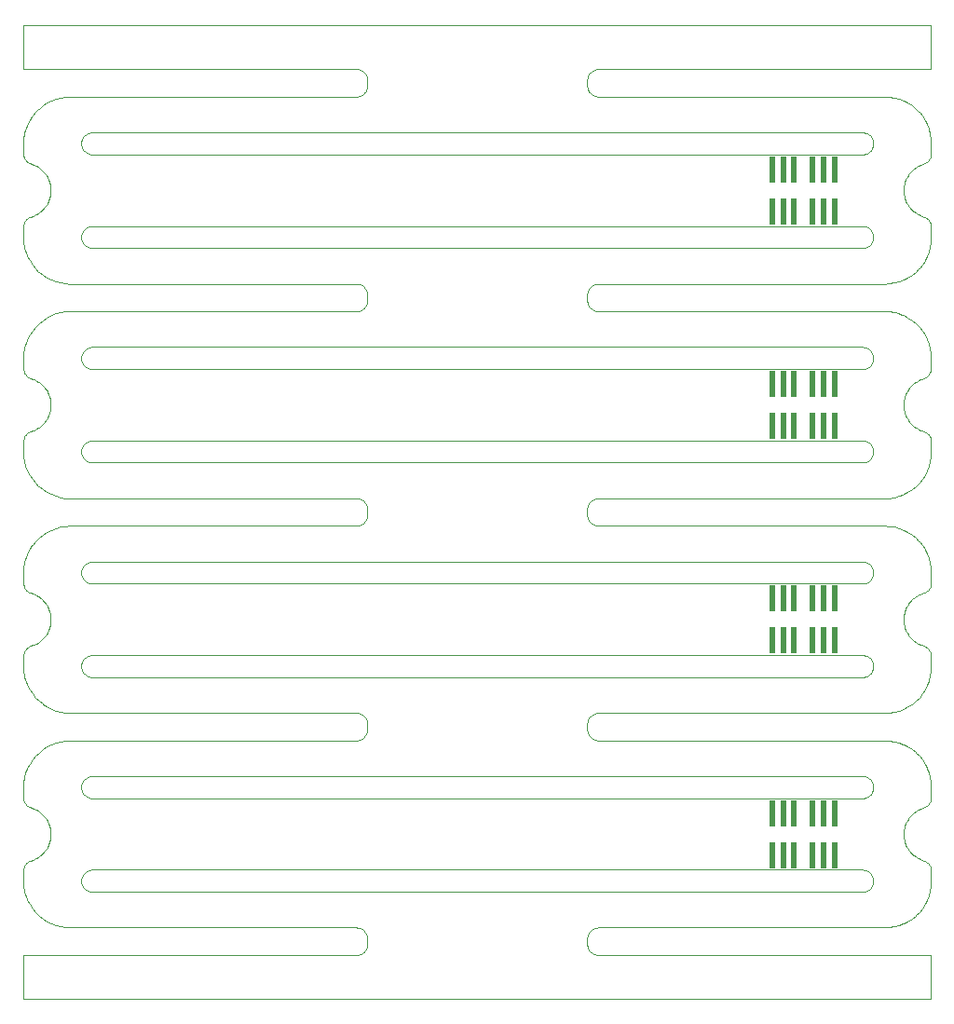
<source format=gbr>
G04 #@! TF.GenerationSoftware,KiCad,Pcbnew,5.1.5+dfsg1-2build2*
G04 #@! TF.CreationDate,2021-10-10T04:01:31+00:00*
G04 #@! TF.ProjectId,base_3.5,62617365-5f33-42e3-952e-6b696361645f,rev?*
G04 #@! TF.SameCoordinates,Original*
G04 #@! TF.FileFunction,Paste,Top*
G04 #@! TF.FilePolarity,Positive*
%FSLAX46Y46*%
G04 Gerber Fmt 4.6, Leading zero omitted, Abs format (unit mm)*
G04 Created by KiCad (PCBNEW 5.1.5+dfsg1-2build2) date 2021-10-10 04:01:31*
%MOMM*%
%LPD*%
G04 APERTURE LIST*
G04 #@! TA.AperFunction,Profile*
%ADD10C,0.100000*%
G04 #@! TD*
%ADD11R,0.560000X2.400000*%
G04 APERTURE END LIST*
D10*
X126499900Y-102715900D02*
X126401100Y-102736200D01*
X126596400Y-102685700D02*
X126499900Y-102715900D01*
X126689300Y-102645900D02*
X126596400Y-102685700D01*
X126777600Y-102596800D02*
X126689300Y-102645900D01*
X126860800Y-102538900D02*
X126777600Y-102596800D01*
X126937500Y-102473100D02*
X126860800Y-102538900D01*
X127007100Y-102399800D02*
X126937500Y-102473100D01*
X127069000Y-102319900D02*
X127007100Y-102399800D01*
X127122400Y-102234100D02*
X127069000Y-102319900D01*
X127166900Y-102143400D02*
X127122400Y-102234100D01*
X127202000Y-102048600D02*
X127166900Y-102143400D01*
X127227300Y-101950700D02*
X127202000Y-102048600D01*
X127242600Y-101850800D02*
X127227300Y-101950700D01*
X127247700Y-101749900D02*
X127242600Y-101850800D01*
X127242600Y-101649200D02*
X127247700Y-101749900D01*
X127227300Y-101549300D02*
X127242600Y-101649200D01*
X127202000Y-101451500D02*
X127227300Y-101549300D01*
X127166900Y-101356700D02*
X127202000Y-101451500D01*
X127122400Y-101266000D02*
X127166900Y-101356700D01*
X127069000Y-101180200D02*
X127122400Y-101266000D01*
X127007100Y-101100300D02*
X127069000Y-101180200D01*
X126937300Y-101026800D02*
X127007100Y-101100300D01*
X126860600Y-100961000D02*
X126937300Y-101026800D01*
X126777600Y-100903300D02*
X126860600Y-100961000D01*
X126689300Y-100854200D02*
X126777600Y-100903300D01*
X126596600Y-100814500D02*
X126689300Y-100854200D01*
X126500200Y-100784200D02*
X126596600Y-100814500D01*
X126401200Y-100763800D02*
X126500200Y-100784200D01*
X126300700Y-100753600D02*
X126401200Y-100763800D01*
X126224800Y-100751000D02*
X126300700Y-100753600D01*
X56275400Y-100751000D02*
X126224800Y-100751000D01*
X56199200Y-100753600D02*
X56275400Y-100751000D01*
X56098800Y-100763800D02*
X56199200Y-100753600D01*
X55999800Y-100784200D02*
X56098800Y-100763800D01*
X55903400Y-100814500D02*
X55999800Y-100784200D01*
X55810500Y-100854300D02*
X55903400Y-100814500D01*
X55722100Y-100903400D02*
X55810500Y-100854300D01*
X55639200Y-100961100D02*
X55722100Y-100903400D01*
X55562500Y-101027000D02*
X55639200Y-100961100D01*
X55492900Y-101100300D02*
X55562500Y-101027000D01*
X55431000Y-101180200D02*
X55492900Y-101100300D01*
X55377600Y-101266000D02*
X55431000Y-101180200D01*
X55333100Y-101356700D02*
X55377600Y-101266000D01*
X55298100Y-101451200D02*
X55333100Y-101356700D01*
X55272700Y-101549100D02*
X55298100Y-101451200D01*
X55257400Y-101649000D02*
X55272700Y-101549100D01*
X55252300Y-101749900D02*
X55257400Y-101649000D01*
X55257400Y-101850800D02*
X55252300Y-101749900D01*
X55272700Y-101950700D02*
X55257400Y-101850800D01*
X55298000Y-102048600D02*
X55272700Y-101950700D01*
X55333100Y-102143400D02*
X55298000Y-102048600D01*
X55377600Y-102234100D02*
X55333100Y-102143400D01*
X55431000Y-102319900D02*
X55377600Y-102234100D01*
X55492900Y-102399800D02*
X55431000Y-102319900D01*
X55562500Y-102473100D02*
X55492900Y-102399800D01*
X55639200Y-102538900D02*
X55562500Y-102473100D01*
X55722100Y-102596700D02*
X55639200Y-102538900D01*
X55810500Y-102645700D02*
X55722100Y-102596700D01*
X55903400Y-102685600D02*
X55810500Y-102645700D01*
X55999800Y-102715900D02*
X55903400Y-102685600D01*
X56098800Y-102736200D02*
X55999800Y-102715900D01*
X56199300Y-102746500D02*
X56098800Y-102736200D01*
X56275200Y-102749000D02*
X56199300Y-102746500D01*
X126224900Y-102749000D02*
X56275200Y-102749000D01*
X126300500Y-102746500D02*
X126224900Y-102749000D01*
X126401100Y-102736200D02*
X126300500Y-102746500D01*
X126499900Y-94215900D02*
X126401100Y-94236200D01*
X126596400Y-94185700D02*
X126499900Y-94215900D01*
X126689300Y-94145900D02*
X126596400Y-94185700D01*
X126777600Y-94096800D02*
X126689300Y-94145900D01*
X126860800Y-94038900D02*
X126777600Y-94096800D01*
X126937500Y-93973100D02*
X126860800Y-94038900D01*
X127007100Y-93899800D02*
X126937500Y-93973100D01*
X127069000Y-93819900D02*
X127007100Y-93899800D01*
X127122400Y-93734100D02*
X127069000Y-93819900D01*
X127166900Y-93643400D02*
X127122400Y-93734100D01*
X127202000Y-93548600D02*
X127166900Y-93643400D01*
X127227300Y-93450700D02*
X127202000Y-93548600D01*
X127242600Y-93350800D02*
X127227300Y-93450700D01*
X127247700Y-93249900D02*
X127242600Y-93350800D01*
X127242600Y-93149200D02*
X127247700Y-93249900D01*
X127227300Y-93049300D02*
X127242600Y-93149200D01*
X127202000Y-92951500D02*
X127227300Y-93049300D01*
X127166900Y-92856700D02*
X127202000Y-92951500D01*
X127122400Y-92766000D02*
X127166900Y-92856700D01*
X127069000Y-92680200D02*
X127122400Y-92766000D01*
X127007100Y-92600300D02*
X127069000Y-92680200D01*
X126937300Y-92526800D02*
X127007100Y-92600300D01*
X126860600Y-92461000D02*
X126937300Y-92526800D01*
X126777600Y-92403300D02*
X126860600Y-92461000D01*
X126689300Y-92354200D02*
X126777600Y-92403300D01*
X126596600Y-92314500D02*
X126689300Y-92354200D01*
X126500200Y-92284200D02*
X126596600Y-92314500D01*
X126401200Y-92263800D02*
X126500200Y-92284200D01*
X126300700Y-92253600D02*
X126401200Y-92263800D01*
X126224800Y-92251000D02*
X126300700Y-92253600D01*
X56275400Y-92251000D02*
X126224800Y-92251000D01*
X56199200Y-92253600D02*
X56275400Y-92251000D01*
X56098800Y-92263800D02*
X56199200Y-92253600D01*
X55999800Y-92284200D02*
X56098800Y-92263800D01*
X55903400Y-92314500D02*
X55999800Y-92284200D01*
X55810500Y-92354300D02*
X55903400Y-92314500D01*
X55722100Y-92403400D02*
X55810500Y-92354300D01*
X55639200Y-92461100D02*
X55722100Y-92403400D01*
X55562500Y-92527000D02*
X55639200Y-92461100D01*
X55492900Y-92600300D02*
X55562500Y-92527000D01*
X55431000Y-92680200D02*
X55492900Y-92600300D01*
X55377600Y-92766000D02*
X55431000Y-92680200D01*
X55333100Y-92856700D02*
X55377600Y-92766000D01*
X55298100Y-92951200D02*
X55333100Y-92856700D01*
X55272700Y-93049100D02*
X55298100Y-92951200D01*
X55257400Y-93149000D02*
X55272700Y-93049100D01*
X55252300Y-93249900D02*
X55257400Y-93149000D01*
X55257400Y-93350800D02*
X55252300Y-93249900D01*
X55272700Y-93450700D02*
X55257400Y-93350800D01*
X55298000Y-93548600D02*
X55272700Y-93450700D01*
X55333100Y-93643400D02*
X55298000Y-93548600D01*
X55377600Y-93734100D02*
X55333100Y-93643400D01*
X55431000Y-93819900D02*
X55377600Y-93734100D01*
X55492900Y-93899800D02*
X55431000Y-93819900D01*
X55562500Y-93973100D02*
X55492900Y-93899800D01*
X55639200Y-94038900D02*
X55562500Y-93973100D01*
X55722100Y-94096700D02*
X55639200Y-94038900D01*
X55810500Y-94145700D02*
X55722100Y-94096700D01*
X55903400Y-94185600D02*
X55810500Y-94145700D01*
X55999800Y-94215900D02*
X55903400Y-94185600D01*
X56098800Y-94236200D02*
X55999800Y-94215900D01*
X56199300Y-94246500D02*
X56098800Y-94236200D01*
X56275200Y-94249000D02*
X56199300Y-94246500D01*
X126224900Y-94249000D02*
X56275200Y-94249000D01*
X126300500Y-94246500D02*
X126224900Y-94249000D01*
X126401100Y-94236200D02*
X126300500Y-94246500D01*
X126499900Y-83215900D02*
X126401000Y-83236200D01*
X126596400Y-83185700D02*
X126499900Y-83215900D01*
X126689300Y-83145800D02*
X126596400Y-83185700D01*
X126777600Y-83096800D02*
X126689300Y-83145800D01*
X126860800Y-83038900D02*
X126777600Y-83096800D01*
X126937500Y-82973100D02*
X126860800Y-83038900D01*
X127007100Y-82899800D02*
X126937500Y-82973100D01*
X127069000Y-82819900D02*
X127007100Y-82899800D01*
X127122400Y-82734100D02*
X127069000Y-82819900D01*
X127166900Y-82643300D02*
X127122400Y-82734100D01*
X127202000Y-82548600D02*
X127166900Y-82643300D01*
X127227300Y-82450700D02*
X127202000Y-82548600D01*
X127242600Y-82350800D02*
X127227300Y-82450700D01*
X127247700Y-82249900D02*
X127242600Y-82350800D01*
X127242600Y-82149200D02*
X127247700Y-82249900D01*
X127227300Y-82049300D02*
X127242600Y-82149200D01*
X127202000Y-81951500D02*
X127227300Y-82049300D01*
X127166900Y-81856700D02*
X127202000Y-81951500D01*
X127122400Y-81765900D02*
X127166900Y-81856700D01*
X127069000Y-81680200D02*
X127122400Y-81765900D01*
X127007100Y-81600200D02*
X127069000Y-81680200D01*
X126937300Y-81526800D02*
X127007100Y-81600200D01*
X126860600Y-81461000D02*
X126937300Y-81526800D01*
X126777600Y-81403200D02*
X126860600Y-81461000D01*
X126689300Y-81354200D02*
X126777600Y-81403200D01*
X126596600Y-81314500D02*
X126689300Y-81354200D01*
X126500200Y-81284200D02*
X126596600Y-81314500D01*
X126401200Y-81263800D02*
X126500200Y-81284200D01*
X126300700Y-81253600D02*
X126401200Y-81263800D01*
X126224800Y-81251000D02*
X126300700Y-81253600D01*
X56275300Y-81251000D02*
X126224800Y-81251000D01*
X56199200Y-81253600D02*
X56275300Y-81251000D01*
X56098800Y-81263800D02*
X56199200Y-81253600D01*
X55999800Y-81284200D02*
X56098800Y-81263800D01*
X55903400Y-81314500D02*
X55999800Y-81284200D01*
X55810500Y-81354300D02*
X55903400Y-81314500D01*
X55722100Y-81403400D02*
X55810500Y-81354300D01*
X55639200Y-81461100D02*
X55722100Y-81403400D01*
X55562500Y-81527000D02*
X55639200Y-81461100D01*
X55492900Y-81600200D02*
X55562500Y-81527000D01*
X55431000Y-81680200D02*
X55492900Y-81600200D01*
X55377600Y-81765900D02*
X55431000Y-81680200D01*
X55333100Y-81856700D02*
X55377600Y-81765900D01*
X55298100Y-81951200D02*
X55333100Y-81856700D01*
X55272700Y-82049000D02*
X55298100Y-81951200D01*
X55257400Y-82148900D02*
X55272700Y-82049000D01*
X55252300Y-82249900D02*
X55257400Y-82148900D01*
X55257400Y-82350800D02*
X55252300Y-82249900D01*
X55272700Y-82450700D02*
X55257400Y-82350800D01*
X55298000Y-82548600D02*
X55272700Y-82450700D01*
X55333100Y-82643300D02*
X55298000Y-82548600D01*
X55377600Y-82734100D02*
X55333100Y-82643300D01*
X55431000Y-82819900D02*
X55377600Y-82734100D01*
X55492900Y-82899800D02*
X55431000Y-82819900D01*
X55562500Y-82973100D02*
X55492900Y-82899800D01*
X55639200Y-83038900D02*
X55562500Y-82973100D01*
X55722100Y-83096700D02*
X55639200Y-83038900D01*
X55810500Y-83145700D02*
X55722100Y-83096700D01*
X55903400Y-83185600D02*
X55810500Y-83145700D01*
X55999800Y-83215800D02*
X55903400Y-83185600D01*
X56098800Y-83236200D02*
X55999800Y-83215800D01*
X56199300Y-83246400D02*
X56098800Y-83236200D01*
X56275200Y-83249000D02*
X56199300Y-83246400D01*
X126224800Y-83249000D02*
X56275200Y-83249000D01*
X126300600Y-83246400D02*
X126224800Y-83249000D01*
X126401000Y-83236200D02*
X126300600Y-83246400D01*
X126499900Y-74715900D02*
X126401000Y-74736200D01*
X126596400Y-74685700D02*
X126499900Y-74715900D01*
X126689300Y-74645800D02*
X126596400Y-74685700D01*
X126777600Y-74596800D02*
X126689300Y-74645800D01*
X126860800Y-74538900D02*
X126777600Y-74596800D01*
X126937500Y-74473100D02*
X126860800Y-74538900D01*
X127007100Y-74399800D02*
X126937500Y-74473100D01*
X127069000Y-74319900D02*
X127007100Y-74399800D01*
X127122400Y-74234100D02*
X127069000Y-74319900D01*
X127166900Y-74143300D02*
X127122400Y-74234100D01*
X127202000Y-74048600D02*
X127166900Y-74143300D01*
X127227300Y-73950700D02*
X127202000Y-74048600D01*
X127242600Y-73850800D02*
X127227300Y-73950700D01*
X127247700Y-73749900D02*
X127242600Y-73850800D01*
X127242600Y-73649200D02*
X127247700Y-73749900D01*
X127227300Y-73549300D02*
X127242600Y-73649200D01*
X127202000Y-73451500D02*
X127227300Y-73549300D01*
X127166900Y-73356700D02*
X127202000Y-73451500D01*
X127122400Y-73265900D02*
X127166900Y-73356700D01*
X127069000Y-73180200D02*
X127122400Y-73265900D01*
X127007100Y-73100200D02*
X127069000Y-73180200D01*
X126937300Y-73026800D02*
X127007100Y-73100200D01*
X126860600Y-72961000D02*
X126937300Y-73026800D01*
X126777600Y-72903200D02*
X126860600Y-72961000D01*
X126689300Y-72854200D02*
X126777600Y-72903200D01*
X126596600Y-72814500D02*
X126689300Y-72854200D01*
X126500200Y-72784200D02*
X126596600Y-72814500D01*
X126401200Y-72763800D02*
X126500200Y-72784200D01*
X126300700Y-72753600D02*
X126401200Y-72763800D01*
X126224800Y-72751000D02*
X126300700Y-72753600D01*
X56275300Y-72751000D02*
X126224800Y-72751000D01*
X56199200Y-72753600D02*
X56275300Y-72751000D01*
X56098800Y-72763800D02*
X56199200Y-72753600D01*
X55999800Y-72784200D02*
X56098800Y-72763800D01*
X55903400Y-72814500D02*
X55999800Y-72784200D01*
X55810500Y-72854300D02*
X55903400Y-72814500D01*
X55722100Y-72903400D02*
X55810500Y-72854300D01*
X55639200Y-72961100D02*
X55722100Y-72903400D01*
X55562500Y-73027000D02*
X55639200Y-72961100D01*
X55492900Y-73100200D02*
X55562500Y-73027000D01*
X55431000Y-73180200D02*
X55492900Y-73100200D01*
X55377600Y-73265900D02*
X55431000Y-73180200D01*
X55333100Y-73356700D02*
X55377600Y-73265900D01*
X55298100Y-73451200D02*
X55333100Y-73356700D01*
X55272700Y-73549000D02*
X55298100Y-73451200D01*
X55257400Y-73648900D02*
X55272700Y-73549000D01*
X55252300Y-73749900D02*
X55257400Y-73648900D01*
X55257400Y-73850800D02*
X55252300Y-73749900D01*
X55272700Y-73950700D02*
X55257400Y-73850800D01*
X55298000Y-74048600D02*
X55272700Y-73950700D01*
X55333100Y-74143300D02*
X55298000Y-74048600D01*
X55377600Y-74234100D02*
X55333100Y-74143300D01*
X55431000Y-74319900D02*
X55377600Y-74234100D01*
X55492900Y-74399800D02*
X55431000Y-74319900D01*
X55562500Y-74473100D02*
X55492900Y-74399800D01*
X55639200Y-74538900D02*
X55562500Y-74473100D01*
X55722100Y-74596700D02*
X55639200Y-74538900D01*
X55810500Y-74645700D02*
X55722100Y-74596700D01*
X55903400Y-74685600D02*
X55810500Y-74645700D01*
X55999800Y-74715800D02*
X55903400Y-74685600D01*
X56098800Y-74736200D02*
X55999800Y-74715800D01*
X56199300Y-74746400D02*
X56098800Y-74736200D01*
X56275200Y-74749000D02*
X56199300Y-74746400D01*
X126224800Y-74749000D02*
X56275200Y-74749000D01*
X126300600Y-74746400D02*
X126224800Y-74749000D01*
X126401000Y-74736200D02*
X126300600Y-74746400D01*
X126499900Y-63715900D02*
X126401000Y-63736200D01*
X126596400Y-63685700D02*
X126499900Y-63715900D01*
X126689300Y-63645800D02*
X126596400Y-63685700D01*
X126777600Y-63596800D02*
X126689300Y-63645800D01*
X126860600Y-63539100D02*
X126777600Y-63596800D01*
X126937300Y-63473200D02*
X126860600Y-63539100D01*
X127007100Y-63399800D02*
X126937300Y-63473200D01*
X127069000Y-63319900D02*
X127007100Y-63399800D01*
X127122300Y-63234300D02*
X127069000Y-63319900D01*
X127166800Y-63143600D02*
X127122300Y-63234300D01*
X127201900Y-63048800D02*
X127166800Y-63143600D01*
X127227300Y-62951000D02*
X127201900Y-63048800D01*
X127242600Y-62851100D02*
X127227300Y-62951000D01*
X127247700Y-62750100D02*
X127242600Y-62851100D01*
X127242600Y-62649200D02*
X127247700Y-62750100D01*
X127227300Y-62549300D02*
X127242600Y-62649200D01*
X127202000Y-62451500D02*
X127227300Y-62549300D01*
X127166900Y-62356700D02*
X127202000Y-62451500D01*
X127122400Y-62265900D02*
X127166900Y-62356700D01*
X127069000Y-62180200D02*
X127122400Y-62265900D01*
X127007100Y-62100200D02*
X127069000Y-62180200D01*
X126937300Y-62026800D02*
X127007100Y-62100200D01*
X126860600Y-61960900D02*
X126937300Y-62026800D01*
X126777900Y-61903400D02*
X126860600Y-61960900D01*
X126689500Y-61854300D02*
X126777900Y-61903400D01*
X126596600Y-61814400D02*
X126689500Y-61854300D01*
X126500200Y-61784200D02*
X126596600Y-61814400D01*
X126401200Y-61763800D02*
X126500200Y-61784200D01*
X126300700Y-61753600D02*
X126401200Y-61763800D01*
X126224800Y-61751000D02*
X126300700Y-61753600D01*
X56275200Y-61751000D02*
X126224800Y-61751000D01*
X56199300Y-61753600D02*
X56275200Y-61751000D01*
X56098800Y-61763800D02*
X56199300Y-61753600D01*
X55999800Y-61784200D02*
X56098800Y-61763800D01*
X55903400Y-61814400D02*
X55999800Y-61784200D01*
X55810500Y-61854300D02*
X55903400Y-61814400D01*
X55722100Y-61903400D02*
X55810500Y-61854300D01*
X55639200Y-61961100D02*
X55722100Y-61903400D01*
X55562500Y-62027000D02*
X55639200Y-61961100D01*
X55492900Y-62100200D02*
X55562500Y-62027000D01*
X55431000Y-62180200D02*
X55492900Y-62100200D01*
X55377600Y-62265900D02*
X55431000Y-62180200D01*
X55333100Y-62356700D02*
X55377600Y-62265900D01*
X55298000Y-62451500D02*
X55333100Y-62356700D01*
X55272700Y-62549000D02*
X55298000Y-62451500D01*
X55257400Y-62648900D02*
X55272700Y-62549000D01*
X55252300Y-62749900D02*
X55257400Y-62648900D01*
X55257400Y-62850800D02*
X55252300Y-62749900D01*
X55272700Y-62950700D02*
X55257400Y-62850800D01*
X55298000Y-63048500D02*
X55272700Y-62950700D01*
X55333100Y-63143300D02*
X55298000Y-63048500D01*
X55377600Y-63234100D02*
X55333100Y-63143300D01*
X55431000Y-63319900D02*
X55377600Y-63234100D01*
X55492900Y-63399800D02*
X55431000Y-63319900D01*
X55562500Y-63473000D02*
X55492900Y-63399800D01*
X55639200Y-63538900D02*
X55562500Y-63473000D01*
X55722100Y-63596600D02*
X55639200Y-63538900D01*
X55810500Y-63645700D02*
X55722100Y-63596600D01*
X55903400Y-63685600D02*
X55810500Y-63645700D01*
X55999800Y-63715800D02*
X55903400Y-63685600D01*
X56098800Y-63736200D02*
X55999800Y-63715800D01*
X56199300Y-63746400D02*
X56098800Y-63736200D01*
X56275200Y-63749000D02*
X56199300Y-63746400D01*
X126224800Y-63749000D02*
X56275200Y-63749000D01*
X126300700Y-63746400D02*
X126224800Y-63749000D01*
X126401000Y-63736200D02*
X126300700Y-63746400D01*
X126499900Y-55215900D02*
X126401000Y-55236200D01*
X126596400Y-55185700D02*
X126499900Y-55215900D01*
X126689300Y-55145800D02*
X126596400Y-55185700D01*
X126777600Y-55096800D02*
X126689300Y-55145800D01*
X126860600Y-55039100D02*
X126777600Y-55096800D01*
X126937300Y-54973200D02*
X126860600Y-55039100D01*
X127007100Y-54899800D02*
X126937300Y-54973200D01*
X127069000Y-54819900D02*
X127007100Y-54899800D01*
X127122300Y-54734300D02*
X127069000Y-54819900D01*
X127166800Y-54643600D02*
X127122300Y-54734300D01*
X127201900Y-54548800D02*
X127166800Y-54643600D01*
X127227300Y-54451000D02*
X127201900Y-54548800D01*
X127242600Y-54351100D02*
X127227300Y-54451000D01*
X127247700Y-54250100D02*
X127242600Y-54351100D01*
X127242600Y-54149200D02*
X127247700Y-54250100D01*
X127227300Y-54049300D02*
X127242600Y-54149200D01*
X127202000Y-53951500D02*
X127227300Y-54049300D01*
X127166900Y-53856700D02*
X127202000Y-53951500D01*
X127122400Y-53765900D02*
X127166900Y-53856700D01*
X127069000Y-53680200D02*
X127122400Y-53765900D01*
X127007100Y-53600200D02*
X127069000Y-53680200D01*
X126937300Y-53526800D02*
X127007100Y-53600200D01*
X126860600Y-53460900D02*
X126937300Y-53526800D01*
X126777900Y-53403400D02*
X126860600Y-53460900D01*
X126689500Y-53354300D02*
X126777900Y-53403400D01*
X126596600Y-53314400D02*
X126689500Y-53354300D01*
X126500200Y-53284200D02*
X126596600Y-53314400D01*
X126401200Y-53263800D02*
X126500200Y-53284200D01*
X126300700Y-53253600D02*
X126401200Y-53263800D01*
X126224800Y-53251000D02*
X126300700Y-53253600D01*
X56275200Y-53251000D02*
X126224800Y-53251000D01*
X56199300Y-53253600D02*
X56275200Y-53251000D01*
X56098800Y-53263800D02*
X56199300Y-53253600D01*
X55999800Y-53284200D02*
X56098800Y-53263800D01*
X55903400Y-53314400D02*
X55999800Y-53284200D01*
X55810500Y-53354300D02*
X55903400Y-53314400D01*
X55722100Y-53403400D02*
X55810500Y-53354300D01*
X55639200Y-53461100D02*
X55722100Y-53403400D01*
X55562500Y-53527000D02*
X55639200Y-53461100D01*
X55492900Y-53600200D02*
X55562500Y-53527000D01*
X55431000Y-53680200D02*
X55492900Y-53600200D01*
X55377600Y-53765900D02*
X55431000Y-53680200D01*
X55333100Y-53856700D02*
X55377600Y-53765900D01*
X55298000Y-53951500D02*
X55333100Y-53856700D01*
X55272700Y-54049000D02*
X55298000Y-53951500D01*
X55257400Y-54148900D02*
X55272700Y-54049000D01*
X55252300Y-54249900D02*
X55257400Y-54148900D01*
X55257400Y-54350800D02*
X55252300Y-54249900D01*
X55272700Y-54450700D02*
X55257400Y-54350800D01*
X55298000Y-54548500D02*
X55272700Y-54450700D01*
X55333100Y-54643300D02*
X55298000Y-54548500D01*
X55377600Y-54734100D02*
X55333100Y-54643300D01*
X55431000Y-54819900D02*
X55377600Y-54734100D01*
X55492900Y-54899800D02*
X55431000Y-54819900D01*
X55562500Y-54973000D02*
X55492900Y-54899800D01*
X55639200Y-55038900D02*
X55562500Y-54973000D01*
X55722100Y-55096600D02*
X55639200Y-55038900D01*
X55810500Y-55145700D02*
X55722100Y-55096600D01*
X55903400Y-55185600D02*
X55810500Y-55145700D01*
X55999800Y-55215800D02*
X55903400Y-55185600D01*
X56098800Y-55236200D02*
X55999800Y-55215800D01*
X56199300Y-55246400D02*
X56098800Y-55236200D01*
X56275200Y-55249000D02*
X56199300Y-55246400D01*
X126224800Y-55249000D02*
X56275200Y-55249000D01*
X126300700Y-55246400D02*
X126224800Y-55249000D01*
X126401000Y-55236200D02*
X126300700Y-55246400D01*
X126500200Y-122215900D02*
X126400700Y-122236300D01*
X126596600Y-122185600D02*
X126500200Y-122215900D01*
X126689500Y-122145700D02*
X126596600Y-122185600D01*
X126777900Y-122096700D02*
X126689500Y-122145700D01*
X126860800Y-122038900D02*
X126777900Y-122096700D01*
X126937500Y-121973100D02*
X126860800Y-122038900D01*
X127007100Y-121899800D02*
X126937500Y-121973100D01*
X127069000Y-121819900D02*
X127007100Y-121899800D01*
X127122400Y-121734100D02*
X127069000Y-121819900D01*
X127166900Y-121643400D02*
X127122400Y-121734100D01*
X127202000Y-121548600D02*
X127166900Y-121643400D01*
X127227300Y-121450800D02*
X127202000Y-121548600D01*
X127242600Y-121350900D02*
X127227300Y-121450800D01*
X127247700Y-121249900D02*
X127242600Y-121350900D01*
X127242600Y-121149300D02*
X127247700Y-121249900D01*
X127227300Y-121049300D02*
X127242600Y-121149300D01*
X127202000Y-120951500D02*
X127227300Y-121049300D01*
X127166900Y-120856700D02*
X127202000Y-120951500D01*
X127122400Y-120766000D02*
X127166900Y-120856700D01*
X127069000Y-120680200D02*
X127122400Y-120766000D01*
X127007100Y-120600300D02*
X127069000Y-120680200D01*
X126937300Y-120526800D02*
X127007100Y-120600300D01*
X126860600Y-120461000D02*
X126937300Y-120526800D01*
X126777600Y-120403300D02*
X126860600Y-120461000D01*
X126689300Y-120354200D02*
X126777600Y-120403300D01*
X126596600Y-120314500D02*
X126689300Y-120354200D01*
X126500200Y-120284200D02*
X126596600Y-120314500D01*
X126401200Y-120263900D02*
X126500200Y-120284200D01*
X126300700Y-120253600D02*
X126401200Y-120263900D01*
X126224800Y-120251100D02*
X126300700Y-120253600D01*
X56275000Y-120251100D02*
X126224800Y-120251100D01*
X56199600Y-120253600D02*
X56275000Y-120251100D01*
X56098800Y-120263900D02*
X56199600Y-120253600D01*
X55999800Y-120284200D02*
X56098800Y-120263900D01*
X55903400Y-120314500D02*
X55999800Y-120284200D01*
X55810500Y-120354400D02*
X55903400Y-120314500D01*
X55722100Y-120403400D02*
X55810500Y-120354400D01*
X55639200Y-120461200D02*
X55722100Y-120403400D01*
X55562500Y-120527000D02*
X55639200Y-120461200D01*
X55492900Y-120600300D02*
X55562500Y-120527000D01*
X55431000Y-120680200D02*
X55492900Y-120600300D01*
X55377600Y-120766000D02*
X55431000Y-120680200D01*
X55333100Y-120856700D02*
X55377600Y-120766000D01*
X55298100Y-120951200D02*
X55333100Y-120856700D01*
X55272700Y-121049100D02*
X55298100Y-120951200D01*
X55257400Y-121149000D02*
X55272700Y-121049100D01*
X55252300Y-121249900D02*
X55257400Y-121149000D01*
X55257400Y-121350900D02*
X55252300Y-121249900D01*
X55272700Y-121450800D02*
X55257400Y-121350900D01*
X55298000Y-121548600D02*
X55272700Y-121450800D01*
X55333100Y-121643400D02*
X55298000Y-121548600D01*
X55377600Y-121734100D02*
X55333100Y-121643400D01*
X55431000Y-121819900D02*
X55377600Y-121734100D01*
X55492900Y-121899800D02*
X55431000Y-121819900D01*
X55562500Y-121973100D02*
X55492900Y-121899800D01*
X55639200Y-122038900D02*
X55562500Y-121973100D01*
X55722100Y-122096700D02*
X55639200Y-122038900D01*
X55810500Y-122145700D02*
X55722100Y-122096700D01*
X55903400Y-122185600D02*
X55810500Y-122145700D01*
X55999800Y-122215900D02*
X55903400Y-122185600D01*
X56098800Y-122236200D02*
X55999800Y-122215900D01*
X56199300Y-122246500D02*
X56098800Y-122236200D01*
X56275200Y-122249100D02*
X56199300Y-122246500D01*
X126224500Y-122249100D02*
X56275200Y-122249100D01*
X126300900Y-122246500D02*
X126224500Y-122249100D01*
X126400700Y-122236300D02*
X126300900Y-122246500D01*
X126500200Y-113715900D02*
X126400700Y-113736300D01*
X126596600Y-113685600D02*
X126500200Y-113715900D01*
X126689500Y-113645700D02*
X126596600Y-113685600D01*
X126777900Y-113596700D02*
X126689500Y-113645700D01*
X126860800Y-113538900D02*
X126777900Y-113596700D01*
X126937500Y-113473100D02*
X126860800Y-113538900D01*
X127007100Y-113399800D02*
X126937500Y-113473100D01*
X127069000Y-113319900D02*
X127007100Y-113399800D01*
X127122400Y-113234100D02*
X127069000Y-113319900D01*
X127166900Y-113143400D02*
X127122400Y-113234100D01*
X127202000Y-113048600D02*
X127166900Y-113143400D01*
X127227300Y-112950800D02*
X127202000Y-113048600D01*
X127242600Y-112850900D02*
X127227300Y-112950800D01*
X127247700Y-112749900D02*
X127242600Y-112850900D01*
X127242600Y-112649300D02*
X127247700Y-112749900D01*
X127227300Y-112549300D02*
X127242600Y-112649300D01*
X127202000Y-112451500D02*
X127227300Y-112549300D01*
X127166900Y-112356700D02*
X127202000Y-112451500D01*
X127122400Y-112266000D02*
X127166900Y-112356700D01*
X127069000Y-112180200D02*
X127122400Y-112266000D01*
X127007100Y-112100300D02*
X127069000Y-112180200D01*
X126937300Y-112026800D02*
X127007100Y-112100300D01*
X126860600Y-111961000D02*
X126937300Y-112026800D01*
X126777600Y-111903300D02*
X126860600Y-111961000D01*
X126689300Y-111854200D02*
X126777600Y-111903300D01*
X126596600Y-111814500D02*
X126689300Y-111854200D01*
X126500200Y-111784200D02*
X126596600Y-111814500D01*
X126401200Y-111763900D02*
X126500200Y-111784200D01*
X126300700Y-111753600D02*
X126401200Y-111763900D01*
X126224800Y-111751100D02*
X126300700Y-111753600D01*
X56275000Y-111751100D02*
X126224800Y-111751100D01*
X56199600Y-111753600D02*
X56275000Y-111751100D01*
X56098800Y-111763900D02*
X56199600Y-111753600D01*
X55999800Y-111784200D02*
X56098800Y-111763900D01*
X55903400Y-111814500D02*
X55999800Y-111784200D01*
X55810500Y-111854400D02*
X55903400Y-111814500D01*
X55722100Y-111903400D02*
X55810500Y-111854400D01*
X55639200Y-111961200D02*
X55722100Y-111903400D01*
X55562500Y-112027000D02*
X55639200Y-111961200D01*
X55492900Y-112100300D02*
X55562500Y-112027000D01*
X55431000Y-112180200D02*
X55492900Y-112100300D01*
X55377600Y-112266000D02*
X55431000Y-112180200D01*
X55333100Y-112356700D02*
X55377600Y-112266000D01*
X55298100Y-112451200D02*
X55333100Y-112356700D01*
X55272700Y-112549100D02*
X55298100Y-112451200D01*
X55257400Y-112649000D02*
X55272700Y-112549100D01*
X55252300Y-112749900D02*
X55257400Y-112649000D01*
X55257400Y-112850900D02*
X55252300Y-112749900D01*
X55272700Y-112950800D02*
X55257400Y-112850900D01*
X55298000Y-113048600D02*
X55272700Y-112950800D01*
X55333100Y-113143400D02*
X55298000Y-113048600D01*
X55377600Y-113234100D02*
X55333100Y-113143400D01*
X55431000Y-113319900D02*
X55377600Y-113234100D01*
X55492900Y-113399800D02*
X55431000Y-113319900D01*
X55562500Y-113473100D02*
X55492900Y-113399800D01*
X55639200Y-113538900D02*
X55562500Y-113473100D01*
X55722100Y-113596700D02*
X55639200Y-113538900D01*
X55810500Y-113645700D02*
X55722100Y-113596700D01*
X55903400Y-113685600D02*
X55810500Y-113645700D01*
X55999800Y-113715900D02*
X55903400Y-113685600D01*
X56098800Y-113736200D02*
X55999800Y-113715900D01*
X56199300Y-113746500D02*
X56098800Y-113736200D01*
X56275200Y-113749100D02*
X56199300Y-113746500D01*
X126224500Y-113749100D02*
X56275200Y-113749100D01*
X126300900Y-113746500D02*
X126224500Y-113749100D01*
X126400700Y-113736300D02*
X126300900Y-113746500D01*
X132476500Y-43499000D02*
X50009200Y-43499700D01*
X132491800Y-43499800D02*
X132476500Y-43499000D01*
X132497700Y-43503000D02*
X132491800Y-43499800D01*
X132500200Y-43508200D02*
X132497700Y-43503000D01*
X132501000Y-43523500D02*
X132500200Y-43508200D01*
X132501000Y-47475500D02*
X132501000Y-43523500D01*
X132499700Y-47492700D02*
X132501000Y-47475500D01*
X132496300Y-47497400D02*
X132499700Y-47492700D01*
X132491800Y-47499200D02*
X132496300Y-47497400D01*
X102241300Y-47500000D02*
X132491800Y-47499200D01*
X102144000Y-47504800D02*
X102241300Y-47500000D01*
X102047900Y-47519000D02*
X102144000Y-47504800D01*
X101953600Y-47542600D02*
X102047900Y-47519000D01*
X101862200Y-47575400D02*
X101953600Y-47542600D01*
X101774300Y-47616900D02*
X101862200Y-47575400D01*
X101691000Y-47666900D02*
X101774300Y-47616900D01*
X101613000Y-47724700D02*
X101691000Y-47666900D01*
X101541000Y-47790000D02*
X101613000Y-47724700D01*
X101475700Y-47862000D02*
X101541000Y-47790000D01*
X101417900Y-47940000D02*
X101475700Y-47862000D01*
X101367900Y-48023300D02*
X101417900Y-47940000D01*
X101326400Y-48111100D02*
X101367900Y-48023300D01*
X101293700Y-48202600D02*
X101326400Y-48111100D01*
X101270000Y-48296900D02*
X101293700Y-48202600D01*
X101255800Y-48393000D02*
X101270000Y-48296900D01*
X101251000Y-48490200D02*
X101255800Y-48393000D01*
X101251000Y-49008800D02*
X101251000Y-48490200D01*
X101255800Y-49106000D02*
X101251000Y-49008800D01*
X101270000Y-49202100D02*
X101255800Y-49106000D01*
X101293700Y-49296400D02*
X101270000Y-49202100D01*
X101326400Y-49387900D02*
X101293700Y-49296400D01*
X101367900Y-49475700D02*
X101326400Y-49387900D01*
X101417900Y-49559000D02*
X101367900Y-49475700D01*
X101475700Y-49637000D02*
X101417900Y-49559000D01*
X101541000Y-49709000D02*
X101475700Y-49637000D01*
X101613000Y-49774300D02*
X101541000Y-49709000D01*
X101691000Y-49832100D02*
X101613000Y-49774300D01*
X101774300Y-49882100D02*
X101691000Y-49832100D01*
X101862200Y-49923600D02*
X101774300Y-49882100D01*
X101953600Y-49956400D02*
X101862200Y-49923600D01*
X102047900Y-49980000D02*
X101953600Y-49956400D01*
X102144000Y-49994200D02*
X102047900Y-49980000D01*
X102241300Y-49999000D02*
X102144000Y-49994200D01*
X128243400Y-49999000D02*
X102241300Y-49999000D01*
X128694100Y-50022600D02*
X128243400Y-49999000D01*
X129121100Y-50089900D02*
X128694100Y-50022600D01*
X129146500Y-50095300D02*
X129121100Y-50089900D01*
X129550900Y-50203600D02*
X129146500Y-50095300D01*
X129575900Y-50211800D02*
X129550900Y-50203600D01*
X129979200Y-50367000D02*
X129575900Y-50211800D01*
X130375600Y-50569000D02*
X129979200Y-50367000D01*
X130748300Y-50811000D02*
X130375600Y-50569000D01*
X131084200Y-51082600D02*
X130748300Y-50811000D01*
X131103800Y-51100200D02*
X131084200Y-51082600D01*
X131399800Y-51396200D02*
X131103800Y-51100200D01*
X131417400Y-51415700D02*
X131399800Y-51396200D01*
X131689000Y-51751800D02*
X131417400Y-51415700D01*
X131931100Y-52124500D02*
X131689000Y-51751800D01*
X132133100Y-52520900D02*
X131931100Y-52124500D01*
X132288200Y-52924100D02*
X132133100Y-52520900D01*
X132296300Y-52949100D02*
X132288200Y-52924100D01*
X132404700Y-53353400D02*
X132296300Y-52949100D01*
X132410200Y-53379100D02*
X132404700Y-53353400D01*
X132477400Y-53806000D02*
X132410200Y-53379100D01*
X132501000Y-54256500D02*
X132477400Y-53806000D01*
X132501000Y-55139700D02*
X132501000Y-54256500D01*
X132495900Y-55244100D02*
X132501000Y-55139700D01*
X132481400Y-55341600D02*
X132495900Y-55244100D01*
X132457200Y-55437700D02*
X132481400Y-55341600D01*
X132423900Y-55530500D02*
X132457200Y-55437700D01*
X132387300Y-55608200D02*
X132423900Y-55530500D01*
X132375600Y-55630000D02*
X132387300Y-55608200D01*
X132323700Y-55713800D02*
X132375600Y-55630000D01*
X132272100Y-55782500D02*
X132323700Y-55713800D01*
X132214100Y-55846600D02*
X132272100Y-55782500D01*
X132196500Y-55864100D02*
X132214100Y-55846600D01*
X132132400Y-55921400D02*
X132196500Y-55864100D01*
X132062800Y-55973000D02*
X132132400Y-55921400D01*
X131968400Y-56030200D02*
X132062800Y-55973000D01*
X131879100Y-56072000D02*
X131968400Y-56030200D01*
X131600100Y-56170700D02*
X131879100Y-56072000D01*
X131509400Y-56207800D02*
X131600100Y-56170700D01*
X131375300Y-56270600D02*
X131509400Y-56207800D01*
X131288700Y-56316400D02*
X131375300Y-56270600D01*
X131161400Y-56392000D02*
X131288700Y-56316400D01*
X131079800Y-56446200D02*
X131161400Y-56392000D01*
X130960600Y-56533900D02*
X131079800Y-56446200D01*
X130884600Y-56595900D02*
X130960600Y-56533900D01*
X130774600Y-56694900D02*
X130884600Y-56595900D01*
X130705100Y-56764000D02*
X130774600Y-56694900D01*
X130605400Y-56873400D02*
X130705100Y-56764000D01*
X130543000Y-56949000D02*
X130605400Y-56873400D01*
X130454500Y-57067700D02*
X130543000Y-56949000D01*
X130399900Y-57149100D02*
X130454500Y-57067700D01*
X130323600Y-57275900D02*
X130399900Y-57149100D01*
X130277200Y-57362300D02*
X130323600Y-57275900D01*
X130213700Y-57496000D02*
X130277200Y-57362300D01*
X130176000Y-57586500D02*
X130213700Y-57496000D01*
X130126000Y-57725800D02*
X130176000Y-57586500D01*
X130097400Y-57819500D02*
X130126000Y-57725800D01*
X130061300Y-57963100D02*
X130097400Y-57819500D01*
X130042200Y-58059200D02*
X130061300Y-57963100D01*
X130020400Y-58205600D02*
X130042200Y-58059200D01*
X130010700Y-58303100D02*
X130020400Y-58205600D01*
X130003400Y-58451000D02*
X130010700Y-58303100D01*
X130003400Y-58549000D02*
X130003400Y-58451000D01*
X130010700Y-58696900D02*
X130003400Y-58549000D01*
X130020400Y-58794400D02*
X130010700Y-58696900D01*
X130042200Y-58940800D02*
X130020400Y-58794400D01*
X130061300Y-59036900D02*
X130042200Y-58940800D01*
X130097400Y-59180500D02*
X130061300Y-59036900D01*
X130126000Y-59274200D02*
X130097400Y-59180500D01*
X130176000Y-59413500D02*
X130126000Y-59274200D01*
X130213700Y-59504000D02*
X130176000Y-59413500D01*
X130277200Y-59637700D02*
X130213700Y-59504000D01*
X130323600Y-59724100D02*
X130277200Y-59637700D01*
X130399900Y-59850900D02*
X130323600Y-59724100D01*
X130454500Y-59932300D02*
X130399900Y-59850900D01*
X130543000Y-60051000D02*
X130454500Y-59932300D01*
X130605400Y-60126600D02*
X130543000Y-60051000D01*
X130705100Y-60236000D02*
X130605400Y-60126600D01*
X130774600Y-60305100D02*
X130705100Y-60236000D01*
X130884600Y-60404100D02*
X130774600Y-60305100D01*
X130960600Y-60466100D02*
X130884600Y-60404100D01*
X131079800Y-60553800D02*
X130960600Y-60466100D01*
X131161500Y-60608000D02*
X131079800Y-60553800D01*
X131288700Y-60683600D02*
X131161500Y-60608000D01*
X131375300Y-60729500D02*
X131288700Y-60683600D01*
X131509400Y-60792200D02*
X131375300Y-60729500D01*
X131600100Y-60829300D02*
X131509400Y-60792200D01*
X131878700Y-60927800D02*
X131600100Y-60829300D01*
X131957100Y-60964100D02*
X131878700Y-60927800D01*
X131978900Y-60975700D02*
X131957100Y-60964100D01*
X132052700Y-61019900D02*
X131978900Y-60975700D01*
X132122500Y-61070900D02*
X132052700Y-61019900D01*
X132141700Y-61086500D02*
X132122500Y-61070900D01*
X132205400Y-61144300D02*
X132141700Y-61086500D01*
X132263800Y-61207900D02*
X132205400Y-61144300D01*
X132279400Y-61226800D02*
X132263800Y-61207900D01*
X132337500Y-61306700D02*
X132279400Y-61226800D01*
X132381600Y-61380600D02*
X132337500Y-61306700D01*
X132418900Y-61458500D02*
X132381600Y-61380600D01*
X132428400Y-61481300D02*
X132418900Y-61458500D01*
X132460600Y-61574500D02*
X132428400Y-61481300D01*
X132481400Y-61658400D02*
X132460600Y-61574500D01*
X132496700Y-61767700D02*
X132481400Y-61658400D01*
X132501000Y-61860300D02*
X132496700Y-61767700D01*
X132501000Y-62743400D02*
X132501000Y-61860300D01*
X132477400Y-63194100D02*
X132501000Y-62743400D01*
X132407800Y-63633500D02*
X132477400Y-63194100D01*
X132292500Y-64063800D02*
X132407800Y-63633500D01*
X132138200Y-64466700D02*
X132292500Y-64063800D01*
X132127500Y-64490700D02*
X132138200Y-64466700D01*
X131937500Y-64863800D02*
X132127500Y-64490700D01*
X131924300Y-64886500D02*
X131937500Y-64863800D01*
X131689000Y-65248300D02*
X131924300Y-64886500D01*
X131417400Y-65584200D02*
X131689000Y-65248300D01*
X131399800Y-65603800D02*
X131417400Y-65584200D01*
X131094400Y-65908700D02*
X131399800Y-65603800D01*
X130748700Y-66188700D02*
X131094400Y-65908700D01*
X130375500Y-66431100D02*
X130748700Y-66188700D01*
X129978600Y-66633300D02*
X130375500Y-66431100D01*
X129563700Y-66792500D02*
X129978600Y-66633300D01*
X129134000Y-66907700D02*
X129563700Y-66792500D01*
X128694500Y-66977300D02*
X129134000Y-66907700D01*
X128249900Y-67000900D02*
X128694500Y-66977300D01*
X102241300Y-67001000D02*
X128249900Y-67000900D01*
X102144000Y-67005800D02*
X102241300Y-67001000D01*
X102047900Y-67020000D02*
X102144000Y-67005800D01*
X101953600Y-67043600D02*
X102047900Y-67020000D01*
X101862200Y-67076400D02*
X101953600Y-67043600D01*
X101774300Y-67117900D02*
X101862200Y-67076400D01*
X101691000Y-67167900D02*
X101774300Y-67117900D01*
X101613000Y-67225700D02*
X101691000Y-67167900D01*
X101541000Y-67291000D02*
X101613000Y-67225700D01*
X101475700Y-67363000D02*
X101541000Y-67291000D01*
X101417900Y-67441000D02*
X101475700Y-67363000D01*
X101367900Y-67524300D02*
X101417900Y-67441000D01*
X101326400Y-67612100D02*
X101367900Y-67524300D01*
X101293700Y-67703600D02*
X101326400Y-67612100D01*
X101270000Y-67797900D02*
X101293700Y-67703600D01*
X101255800Y-67894000D02*
X101270000Y-67797900D01*
X101251000Y-67991200D02*
X101255800Y-67894000D01*
X101251000Y-68508800D02*
X101251000Y-67991200D01*
X101255800Y-68606000D02*
X101251000Y-68508800D01*
X101270000Y-68702100D02*
X101255800Y-68606000D01*
X101293700Y-68796400D02*
X101270000Y-68702100D01*
X101326400Y-68887900D02*
X101293700Y-68796400D01*
X101367900Y-68975700D02*
X101326400Y-68887900D01*
X101417900Y-69059000D02*
X101367900Y-68975700D01*
X101475700Y-69137000D02*
X101417900Y-69059000D01*
X101541000Y-69209000D02*
X101475700Y-69137000D01*
X101613000Y-69274300D02*
X101541000Y-69209000D01*
X101691000Y-69332200D02*
X101613000Y-69274300D01*
X101774300Y-69382100D02*
X101691000Y-69332200D01*
X101862200Y-69423600D02*
X101774300Y-69382100D01*
X101953600Y-69456400D02*
X101862200Y-69423600D01*
X102047900Y-69480000D02*
X101953600Y-69456400D01*
X102144000Y-69494200D02*
X102047900Y-69480000D01*
X102241300Y-69499000D02*
X102144000Y-69494200D01*
X128243400Y-69499000D02*
X102241300Y-69499000D01*
X128694600Y-69522700D02*
X128243400Y-69499000D01*
X129134000Y-69592300D02*
X128694600Y-69522700D01*
X129550900Y-69703700D02*
X129134000Y-69592300D01*
X129575900Y-69711800D02*
X129550900Y-69703700D01*
X129966700Y-69861800D02*
X129575900Y-69711800D01*
X129990700Y-69872500D02*
X129966700Y-69861800D01*
X130375100Y-70068700D02*
X129990700Y-69872500D01*
X130737600Y-70303700D02*
X130375100Y-70068700D01*
X130758900Y-70319200D02*
X130737600Y-70303700D01*
X131094100Y-70591000D02*
X130758900Y-70319200D01*
X131408700Y-70905600D02*
X131094100Y-70591000D01*
X131688700Y-71251400D02*
X131408700Y-70905600D01*
X131931300Y-71624900D02*
X131688700Y-71251400D01*
X132133100Y-72020900D02*
X131931300Y-71624900D01*
X132288200Y-72424100D02*
X132133100Y-72020900D01*
X132296300Y-72449100D02*
X132288200Y-72424100D01*
X132404700Y-72853500D02*
X132296300Y-72449100D01*
X132410200Y-72879200D02*
X132404700Y-72853500D01*
X132477400Y-73306000D02*
X132410200Y-72879200D01*
X132500900Y-73750100D02*
X132477400Y-73306000D01*
X132500900Y-74646100D02*
X132500900Y-73750100D01*
X132495900Y-74744100D02*
X132500900Y-74646100D01*
X132483400Y-74829700D02*
X132495900Y-74744100D01*
X132478600Y-74853900D02*
X132483400Y-74829700D01*
X132457300Y-74937200D02*
X132478600Y-74853900D01*
X132428400Y-75018700D02*
X132457300Y-74937200D01*
X132418900Y-75041500D02*
X132428400Y-75018700D01*
X132381500Y-75119500D02*
X132418900Y-75041500D01*
X132330900Y-75203500D02*
X132381500Y-75119500D01*
X132272100Y-75282600D02*
X132330900Y-75203500D01*
X132214100Y-75346600D02*
X132272100Y-75282600D01*
X132196500Y-75364100D02*
X132214100Y-75346600D01*
X132132100Y-75421700D02*
X132196500Y-75364100D01*
X132052700Y-75480100D02*
X132132100Y-75421700D01*
X131957300Y-75535800D02*
X132052700Y-75480100D01*
X131878600Y-75572200D02*
X131957300Y-75535800D01*
X131600100Y-75670700D02*
X131878600Y-75572200D01*
X131509400Y-75707800D02*
X131600100Y-75670700D01*
X131375300Y-75770600D02*
X131509400Y-75707800D01*
X131288700Y-75816400D02*
X131375300Y-75770600D01*
X131161400Y-75892000D02*
X131288700Y-75816400D01*
X131079800Y-75946200D02*
X131161400Y-75892000D01*
X130960600Y-76033900D02*
X131079800Y-75946200D01*
X130884600Y-76095900D02*
X130960600Y-76033900D01*
X130774600Y-76194900D02*
X130884600Y-76095900D01*
X130705100Y-76264000D02*
X130774600Y-76194900D01*
X130605400Y-76373400D02*
X130705100Y-76264000D01*
X130543000Y-76449000D02*
X130605400Y-76373400D01*
X130454500Y-76567700D02*
X130543000Y-76449000D01*
X130399900Y-76649100D02*
X130454500Y-76567700D01*
X130323600Y-76775900D02*
X130399900Y-76649100D01*
X130277200Y-76862300D02*
X130323600Y-76775900D01*
X130213700Y-76996000D02*
X130277200Y-76862300D01*
X130176000Y-77086500D02*
X130213700Y-76996000D01*
X130126000Y-77225800D02*
X130176000Y-77086500D01*
X130097400Y-77319500D02*
X130126000Y-77225800D01*
X130061300Y-77463100D02*
X130097400Y-77319500D01*
X130042200Y-77559200D02*
X130061300Y-77463100D01*
X130020400Y-77705600D02*
X130042200Y-77559200D01*
X130010700Y-77803200D02*
X130020400Y-77705600D01*
X130003400Y-77951000D02*
X130010700Y-77803200D01*
X130003400Y-78049000D02*
X130003400Y-77951000D01*
X130010700Y-78196900D02*
X130003400Y-78049000D01*
X130020400Y-78294400D02*
X130010700Y-78196900D01*
X130042200Y-78440800D02*
X130020400Y-78294400D01*
X130061300Y-78536900D02*
X130042200Y-78440800D01*
X130097400Y-78680500D02*
X130061300Y-78536900D01*
X130126000Y-78774200D02*
X130097400Y-78680500D01*
X130176000Y-78913600D02*
X130126000Y-78774200D01*
X130213700Y-79004100D02*
X130176000Y-78913600D01*
X130277200Y-79137800D02*
X130213700Y-79004100D01*
X130323600Y-79224100D02*
X130277200Y-79137800D01*
X130399900Y-79350900D02*
X130323600Y-79224100D01*
X130454500Y-79432300D02*
X130399900Y-79350900D01*
X130543000Y-79551000D02*
X130454500Y-79432300D01*
X130605400Y-79626600D02*
X130543000Y-79551000D01*
X130705100Y-79736000D02*
X130605400Y-79626600D01*
X130774600Y-79805100D02*
X130705100Y-79736000D01*
X130884600Y-79904200D02*
X130774600Y-79805100D01*
X130960600Y-79966100D02*
X130884600Y-79904200D01*
X131079800Y-80053900D02*
X130960600Y-79966100D01*
X131161500Y-80108000D02*
X131079800Y-80053900D01*
X131288700Y-80183600D02*
X131161500Y-80108000D01*
X131375300Y-80229500D02*
X131288700Y-80183600D01*
X131509400Y-80292200D02*
X131375300Y-80229500D01*
X131600100Y-80329300D02*
X131509400Y-80292200D01*
X131879100Y-80428000D02*
X131600100Y-80329300D01*
X131968400Y-80469800D02*
X131879100Y-80428000D01*
X132062800Y-80527000D02*
X131968400Y-80469800D01*
X132141700Y-80586500D02*
X132062800Y-80527000D01*
X132205400Y-80644300D02*
X132141700Y-80586500D01*
X132263800Y-80707900D02*
X132205400Y-80644300D01*
X132279500Y-80727000D02*
X132263800Y-80707900D01*
X132330700Y-80796100D02*
X132279500Y-80727000D01*
X132381600Y-80880600D02*
X132330700Y-80796100D01*
X132423900Y-80969600D02*
X132381600Y-80880600D01*
X132457400Y-81062800D02*
X132423900Y-80969600D01*
X132481400Y-81158400D02*
X132457400Y-81062800D01*
X132494300Y-81243400D02*
X132481400Y-81158400D01*
X132496800Y-81268000D02*
X132494300Y-81243400D01*
X132501000Y-81360300D02*
X132496800Y-81268000D01*
X132500900Y-82249900D02*
X132501000Y-81360300D01*
X132477300Y-82694600D02*
X132500900Y-82249900D01*
X132407700Y-83134100D02*
X132477300Y-82694600D01*
X132296400Y-83550900D02*
X132407700Y-83134100D01*
X132288200Y-83575900D02*
X132296400Y-83550900D01*
X132138200Y-83966800D02*
X132288200Y-83575900D01*
X132127500Y-83990800D02*
X132138200Y-83966800D01*
X131931300Y-84375100D02*
X132127500Y-83990800D01*
X131696300Y-84737600D02*
X131931300Y-84375100D01*
X131680900Y-84758900D02*
X131696300Y-84737600D01*
X131409000Y-85094100D02*
X131680900Y-84758900D01*
X131094400Y-85408700D02*
X131409000Y-85094100D01*
X130748200Y-85689000D02*
X131094400Y-85408700D01*
X130386500Y-85924300D02*
X130748200Y-85689000D01*
X130363800Y-85937500D02*
X130386500Y-85924300D01*
X129990800Y-86127500D02*
X130363800Y-85937500D01*
X129966800Y-86138200D02*
X129990800Y-86127500D01*
X129563700Y-86292600D02*
X129966800Y-86138200D01*
X129146600Y-86404700D02*
X129563700Y-86292600D01*
X129120900Y-86410200D02*
X129146600Y-86404700D01*
X128694500Y-86477400D02*
X129120900Y-86410200D01*
X128249900Y-86500900D02*
X128694500Y-86477400D01*
X102241300Y-86501000D02*
X128249900Y-86500900D01*
X102144000Y-86505800D02*
X102241300Y-86501000D01*
X102047900Y-86520000D02*
X102144000Y-86505800D01*
X101953600Y-86543700D02*
X102047900Y-86520000D01*
X101862200Y-86576400D02*
X101953600Y-86543700D01*
X101774300Y-86617900D02*
X101862200Y-86576400D01*
X101691000Y-86667900D02*
X101774300Y-86617900D01*
X101613000Y-86725700D02*
X101691000Y-86667900D01*
X101541000Y-86791000D02*
X101613000Y-86725700D01*
X101475700Y-86863000D02*
X101541000Y-86791000D01*
X101417900Y-86941000D02*
X101475700Y-86863000D01*
X101367900Y-87024300D02*
X101417900Y-86941000D01*
X101326400Y-87112200D02*
X101367900Y-87024300D01*
X101293700Y-87203600D02*
X101326400Y-87112200D01*
X101270000Y-87297900D02*
X101293700Y-87203600D01*
X101255800Y-87394000D02*
X101270000Y-87297900D01*
X101251000Y-87491300D02*
X101255800Y-87394000D01*
X101251000Y-88008800D02*
X101251000Y-87491300D01*
X101255800Y-88106000D02*
X101251000Y-88008800D01*
X101270000Y-88202100D02*
X101255800Y-88106000D01*
X101293700Y-88296400D02*
X101270000Y-88202100D01*
X101326400Y-88387900D02*
X101293700Y-88296400D01*
X101367900Y-88475700D02*
X101326400Y-88387900D01*
X101417900Y-88559000D02*
X101367900Y-88475700D01*
X101475700Y-88637100D02*
X101417900Y-88559000D01*
X101541000Y-88709000D02*
X101475700Y-88637100D01*
X101613000Y-88774300D02*
X101541000Y-88709000D01*
X101691000Y-88832200D02*
X101613000Y-88774300D01*
X101774300Y-88882100D02*
X101691000Y-88832200D01*
X101862200Y-88923600D02*
X101774300Y-88882100D01*
X101953600Y-88956400D02*
X101862200Y-88923600D01*
X102047900Y-88980000D02*
X101953600Y-88956400D01*
X102144000Y-88994200D02*
X102047900Y-88980000D01*
X102241300Y-88999000D02*
X102144000Y-88994200D01*
X128249900Y-88999100D02*
X102241300Y-88999000D01*
X128681200Y-89021600D02*
X128249900Y-88999100D01*
X128707300Y-89024400D02*
X128681200Y-89021600D01*
X129133500Y-89092200D02*
X128707300Y-89024400D01*
X129550900Y-89203700D02*
X129133500Y-89092200D01*
X129575900Y-89211800D02*
X129550900Y-89203700D01*
X129978700Y-89366800D02*
X129575900Y-89211800D01*
X130375100Y-89568700D02*
X129978700Y-89366800D01*
X130748700Y-89811400D02*
X130375100Y-89568700D01*
X131084200Y-90082600D02*
X130748700Y-89811400D01*
X131103800Y-90100200D02*
X131084200Y-90082600D01*
X131399800Y-90396200D02*
X131103800Y-90100200D01*
X131417400Y-90415800D02*
X131399800Y-90396200D01*
X131688700Y-90751400D02*
X131417400Y-90415800D01*
X131924300Y-91113500D02*
X131688700Y-90751400D01*
X131937400Y-91136200D02*
X131924300Y-91113500D01*
X132133100Y-91520900D02*
X131937400Y-91136200D01*
X132292500Y-91936300D02*
X132133100Y-91520900D01*
X132407800Y-92366600D02*
X132292500Y-91936300D01*
X132475700Y-92792700D02*
X132407800Y-92366600D01*
X132478400Y-92818500D02*
X132475700Y-92792700D01*
X132501000Y-93256400D02*
X132478400Y-92818500D01*
X132501000Y-94139700D02*
X132501000Y-93256400D01*
X132496800Y-94232000D02*
X132501000Y-94139700D01*
X132494300Y-94256700D02*
X132496800Y-94232000D01*
X132481400Y-94341700D02*
X132494300Y-94256700D01*
X132457300Y-94437300D02*
X132481400Y-94341700D01*
X132424000Y-94530000D02*
X132457300Y-94437300D01*
X132381500Y-94619500D02*
X132424000Y-94530000D01*
X132330700Y-94703900D02*
X132381500Y-94619500D01*
X132279600Y-94773000D02*
X132330700Y-94703900D01*
X132263800Y-94792100D02*
X132279600Y-94773000D01*
X132205700Y-94855400D02*
X132263800Y-94792100D01*
X132141700Y-94913500D02*
X132205700Y-94855400D01*
X132062800Y-94973100D02*
X132141700Y-94913500D01*
X131968400Y-95030300D02*
X132062800Y-94973100D01*
X131879100Y-95072000D02*
X131968400Y-95030300D01*
X131600100Y-95170800D02*
X131879100Y-95072000D01*
X131509400Y-95207900D02*
X131600100Y-95170800D01*
X131375300Y-95270600D02*
X131509400Y-95207900D01*
X131288700Y-95316400D02*
X131375300Y-95270600D01*
X131161400Y-95392000D02*
X131288700Y-95316400D01*
X131079800Y-95446200D02*
X131161400Y-95392000D01*
X130960600Y-95534000D02*
X131079800Y-95446200D01*
X130884600Y-95595900D02*
X130960600Y-95534000D01*
X130774600Y-95695000D02*
X130884600Y-95595900D01*
X130705100Y-95764100D02*
X130774600Y-95695000D01*
X130605400Y-95873500D02*
X130705100Y-95764100D01*
X130543000Y-95949100D02*
X130605400Y-95873500D01*
X130454500Y-96067800D02*
X130543000Y-95949100D01*
X130399900Y-96149100D02*
X130454500Y-96067800D01*
X130323600Y-96275900D02*
X130399900Y-96149100D01*
X130277200Y-96362300D02*
X130323600Y-96275900D01*
X130213700Y-96496000D02*
X130277200Y-96362300D01*
X130176000Y-96586500D02*
X130213700Y-96496000D01*
X130126000Y-96725800D02*
X130176000Y-96586500D01*
X130097400Y-96819600D02*
X130126000Y-96725800D01*
X130061300Y-96963100D02*
X130097400Y-96819600D01*
X130042200Y-97059200D02*
X130061300Y-96963100D01*
X130020400Y-97205600D02*
X130042200Y-97059200D01*
X130010700Y-97303200D02*
X130020400Y-97205600D01*
X130003400Y-97451000D02*
X130010700Y-97303200D01*
X130003400Y-97549000D02*
X130003400Y-97451000D01*
X130010700Y-97696900D02*
X130003400Y-97549000D01*
X130020400Y-97794400D02*
X130010700Y-97696900D01*
X130042200Y-97940800D02*
X130020400Y-97794400D01*
X130061300Y-98036900D02*
X130042200Y-97940800D01*
X130097400Y-98180500D02*
X130061300Y-98036900D01*
X130126000Y-98274300D02*
X130097400Y-98180500D01*
X130176000Y-98413600D02*
X130126000Y-98274300D01*
X130213700Y-98504100D02*
X130176000Y-98413600D01*
X130277200Y-98637800D02*
X130213700Y-98504100D01*
X130323600Y-98724100D02*
X130277200Y-98637800D01*
X130399900Y-98850900D02*
X130323600Y-98724100D01*
X130454500Y-98932300D02*
X130399900Y-98850900D01*
X130543000Y-99051000D02*
X130454500Y-98932300D01*
X130605400Y-99126600D02*
X130543000Y-99051000D01*
X130705100Y-99236000D02*
X130605400Y-99126600D01*
X130774600Y-99305100D02*
X130705100Y-99236000D01*
X130884600Y-99404200D02*
X130774600Y-99305100D01*
X130960600Y-99466100D02*
X130884600Y-99404200D01*
X131079800Y-99553900D02*
X130960600Y-99466100D01*
X131161500Y-99608000D02*
X131079800Y-99553900D01*
X131288700Y-99683600D02*
X131161500Y-99608000D01*
X131375300Y-99729500D02*
X131288700Y-99683600D01*
X131509400Y-99792200D02*
X131375300Y-99729500D01*
X131600100Y-99829300D02*
X131509400Y-99792200D01*
X131867300Y-99923500D02*
X131600100Y-99829300D01*
X131890200Y-99932900D02*
X131867300Y-99923500D01*
X131968000Y-99969600D02*
X131890200Y-99932900D01*
X132042400Y-100013500D02*
X131968000Y-99969600D01*
X132063000Y-100027100D02*
X132042400Y-100013500D01*
X132132500Y-100078700D02*
X132063000Y-100027100D01*
X132205400Y-100144300D02*
X132132500Y-100078700D01*
X132271800Y-100217100D02*
X132205400Y-100144300D01*
X132330700Y-100296200D02*
X132271800Y-100217100D01*
X132375500Y-100370000D02*
X132330700Y-100296200D01*
X132387200Y-100391800D02*
X132375500Y-100370000D01*
X132428400Y-100481400D02*
X132387200Y-100391800D01*
X132457400Y-100562900D02*
X132428400Y-100481400D01*
X132481400Y-100658500D02*
X132457400Y-100562900D01*
X132495800Y-100755500D02*
X132481400Y-100658500D01*
X132500900Y-100854200D02*
X132495800Y-100755500D01*
X132501000Y-101743400D02*
X132500900Y-100854200D01*
X132478400Y-102181500D02*
X132501000Y-101743400D01*
X132475700Y-102207400D02*
X132478400Y-102181500D01*
X132407800Y-102633600D02*
X132475700Y-102207400D01*
X132296400Y-103050900D02*
X132407800Y-102633600D01*
X132288200Y-103075900D02*
X132296400Y-103050900D01*
X132133300Y-103478700D02*
X132288200Y-103075900D01*
X131931300Y-103875200D02*
X132133300Y-103478700D01*
X131689000Y-104248300D02*
X131931300Y-103875200D01*
X131409000Y-104594100D02*
X131689000Y-104248300D01*
X131094400Y-104908700D02*
X131409000Y-104594100D01*
X130748700Y-105188700D02*
X131094400Y-104908700D01*
X130375500Y-105431100D02*
X130748700Y-105188700D01*
X129979100Y-105633100D02*
X130375500Y-105431100D01*
X129563700Y-105792600D02*
X129979100Y-105633100D01*
X129134000Y-105907800D02*
X129563700Y-105792600D01*
X128694500Y-105977400D02*
X129134000Y-105907800D01*
X128256600Y-106000700D02*
X128694500Y-105977400D01*
X102241300Y-106001000D02*
X128256600Y-106000700D01*
X102144000Y-106005800D02*
X102241300Y-106001000D01*
X102047900Y-106020100D02*
X102144000Y-106005800D01*
X101953600Y-106043700D02*
X102047900Y-106020100D01*
X101862200Y-106076400D02*
X101953600Y-106043700D01*
X101774300Y-106117900D02*
X101862200Y-106076400D01*
X101691000Y-106167900D02*
X101774300Y-106117900D01*
X101613000Y-106225800D02*
X101691000Y-106167900D01*
X101541000Y-106291000D02*
X101613000Y-106225800D01*
X101475700Y-106363000D02*
X101541000Y-106291000D01*
X101417900Y-106441000D02*
X101475700Y-106363000D01*
X101367900Y-106524300D02*
X101417900Y-106441000D01*
X101326400Y-106612200D02*
X101367900Y-106524300D01*
X101293700Y-106703600D02*
X101326400Y-106612200D01*
X101270000Y-106797900D02*
X101293700Y-106703600D01*
X101255800Y-106894000D02*
X101270000Y-106797900D01*
X101251000Y-106991300D02*
X101255800Y-106894000D01*
X101251000Y-107508800D02*
X101251000Y-106991300D01*
X101255800Y-107606100D02*
X101251000Y-107508800D01*
X101270000Y-107702200D02*
X101255800Y-107606100D01*
X101293700Y-107796500D02*
X101270000Y-107702200D01*
X101326400Y-107887900D02*
X101293700Y-107796500D01*
X101367900Y-107975800D02*
X101326400Y-107887900D01*
X101417900Y-108059100D02*
X101367900Y-107975800D01*
X101475700Y-108137100D02*
X101417900Y-108059100D01*
X101541000Y-108209100D02*
X101475700Y-108137100D01*
X101613000Y-108274400D02*
X101541000Y-108209100D01*
X101691000Y-108332200D02*
X101613000Y-108274400D01*
X101774300Y-108382200D02*
X101691000Y-108332200D01*
X101862200Y-108423700D02*
X101774300Y-108382200D01*
X101953600Y-108456400D02*
X101862200Y-108423700D01*
X102047900Y-108480000D02*
X101953600Y-108456400D01*
X102144000Y-108494300D02*
X102047900Y-108480000D01*
X102241300Y-108499100D02*
X102144000Y-108494300D01*
X128249900Y-108499200D02*
X102241300Y-108499100D01*
X128694600Y-108522700D02*
X128249900Y-108499200D01*
X129134000Y-108592300D02*
X128694600Y-108522700D01*
X129563800Y-108707500D02*
X129134000Y-108592300D01*
X129966700Y-108861800D02*
X129563800Y-108707500D01*
X129990700Y-108872500D02*
X129966700Y-108861800D01*
X130363800Y-109062600D02*
X129990700Y-108872500D01*
X130386500Y-109075700D02*
X130363800Y-109062600D01*
X130748300Y-109311100D02*
X130386500Y-109075700D01*
X131084200Y-109582700D02*
X130748300Y-109311100D01*
X131103800Y-109600200D02*
X131084200Y-109582700D01*
X131408700Y-109905600D02*
X131103800Y-109600200D01*
X131688700Y-110251400D02*
X131408700Y-109905600D01*
X131931300Y-110625000D02*
X131688700Y-110251400D01*
X132127500Y-111009300D02*
X131931300Y-110625000D01*
X132138200Y-111033300D02*
X132127500Y-111009300D01*
X132288200Y-111424100D02*
X132138200Y-111033300D01*
X132296300Y-111449100D02*
X132288200Y-111424100D01*
X132407700Y-111866100D02*
X132296300Y-111449100D01*
X132475700Y-112292700D02*
X132407700Y-111866100D01*
X132478400Y-112318800D02*
X132475700Y-112292700D01*
X132500900Y-112750200D02*
X132478400Y-112318800D01*
X132501000Y-113639800D02*
X132500900Y-112750200D01*
X132496800Y-113732100D02*
X132501000Y-113639800D01*
X132494300Y-113756700D02*
X132496800Y-113732100D01*
X132481400Y-113841700D02*
X132494300Y-113756700D01*
X132457300Y-113937300D02*
X132481400Y-113841700D01*
X132424000Y-114030100D02*
X132457300Y-113937300D01*
X132381800Y-114119100D02*
X132424000Y-114030100D01*
X132330700Y-114204000D02*
X132381800Y-114119100D01*
X132279600Y-114273000D02*
X132330700Y-114204000D01*
X132263800Y-114292100D02*
X132279600Y-114273000D01*
X132205700Y-114355500D02*
X132263800Y-114292100D01*
X132141700Y-114413500D02*
X132205700Y-114355500D01*
X132062800Y-114473100D02*
X132141700Y-114413500D01*
X131968400Y-114530300D02*
X132062800Y-114473100D01*
X131879100Y-114572100D02*
X131968400Y-114530300D01*
X131600100Y-114670800D02*
X131879100Y-114572100D01*
X131509400Y-114707900D02*
X131600100Y-114670800D01*
X131375300Y-114770600D02*
X131509400Y-114707900D01*
X131288700Y-114816500D02*
X131375300Y-114770600D01*
X131161400Y-114892100D02*
X131288700Y-114816500D01*
X131079800Y-114946200D02*
X131161400Y-114892100D01*
X130960600Y-115034000D02*
X131079800Y-114946200D01*
X130884600Y-115095900D02*
X130960600Y-115034000D01*
X130774600Y-115195000D02*
X130884600Y-115095900D01*
X130705100Y-115264100D02*
X130774600Y-115195000D01*
X130605400Y-115373500D02*
X130705100Y-115264100D01*
X130543000Y-115449100D02*
X130605400Y-115373500D01*
X130454500Y-115567800D02*
X130543000Y-115449100D01*
X130399900Y-115649100D02*
X130454500Y-115567800D01*
X130323600Y-115776000D02*
X130399900Y-115649100D01*
X130277200Y-115862300D02*
X130323600Y-115776000D01*
X130213700Y-115996000D02*
X130277200Y-115862300D01*
X130176000Y-116086500D02*
X130213700Y-115996000D01*
X130126000Y-116225800D02*
X130176000Y-116086500D01*
X130097400Y-116319600D02*
X130126000Y-116225800D01*
X130061300Y-116463100D02*
X130097400Y-116319600D01*
X130042200Y-116559300D02*
X130061300Y-116463100D01*
X130020400Y-116705700D02*
X130042200Y-116559300D01*
X130010700Y-116803200D02*
X130020400Y-116705700D01*
X130003400Y-116951000D02*
X130010700Y-116803200D01*
X130003400Y-117049100D02*
X130003400Y-116951000D01*
X130010700Y-117196900D02*
X130003400Y-117049100D01*
X130020400Y-117294400D02*
X130010700Y-117196900D01*
X130042200Y-117440900D02*
X130020400Y-117294400D01*
X130061300Y-117537000D02*
X130042200Y-117440900D01*
X130097400Y-117680500D02*
X130061300Y-117537000D01*
X130126000Y-117774300D02*
X130097400Y-117680500D01*
X130176000Y-117913600D02*
X130126000Y-117774300D01*
X130213700Y-118004100D02*
X130176000Y-117913600D01*
X130277200Y-118137800D02*
X130213700Y-118004100D01*
X130323600Y-118224100D02*
X130277200Y-118137800D01*
X130399900Y-118351000D02*
X130323600Y-118224100D01*
X130454500Y-118432300D02*
X130399900Y-118351000D01*
X130543000Y-118551000D02*
X130454500Y-118432300D01*
X130605400Y-118626600D02*
X130543000Y-118551000D01*
X130705100Y-118736000D02*
X130605400Y-118626600D01*
X130774600Y-118805100D02*
X130705100Y-118736000D01*
X130884600Y-118904200D02*
X130774600Y-118805100D01*
X130960600Y-118966100D02*
X130884600Y-118904200D01*
X131079800Y-119053900D02*
X130960600Y-118966100D01*
X131161500Y-119108000D02*
X131079800Y-119053900D01*
X131288700Y-119183600D02*
X131161500Y-119108000D01*
X131375300Y-119229500D02*
X131288700Y-119183600D01*
X131509400Y-119292200D02*
X131375300Y-119229500D01*
X131600100Y-119329300D02*
X131509400Y-119292200D01*
X131878700Y-119427900D02*
X131600100Y-119329300D01*
X131957300Y-119464300D02*
X131878700Y-119427900D01*
X132052700Y-119520000D02*
X131957300Y-119464300D01*
X132132100Y-119578400D02*
X132052700Y-119520000D01*
X132196500Y-119636000D02*
X132132100Y-119578400D01*
X132214100Y-119653400D02*
X132196500Y-119636000D01*
X132272100Y-119717500D02*
X132214100Y-119653400D01*
X132330700Y-119796200D02*
X132272100Y-119717500D01*
X132375500Y-119870000D02*
X132330700Y-119796200D01*
X132387200Y-119891800D02*
X132375500Y-119870000D01*
X132423900Y-119969600D02*
X132387200Y-119891800D01*
X132453400Y-120050900D02*
X132423900Y-119969600D01*
X132460600Y-120074500D02*
X132453400Y-120050900D01*
X132483400Y-120170400D02*
X132460600Y-120074500D01*
X132495900Y-120256000D02*
X132483400Y-120170400D01*
X132500900Y-120354300D02*
X132495900Y-120256000D01*
X132500900Y-121250000D02*
X132500900Y-120354300D01*
X132477300Y-121694700D02*
X132500900Y-121250000D01*
X132407800Y-122133600D02*
X132477300Y-121694700D01*
X132296400Y-122551000D02*
X132407800Y-122133600D01*
X132288200Y-122576000D02*
X132296400Y-122551000D01*
X132133300Y-122978700D02*
X132288200Y-122576000D01*
X131931000Y-123375600D02*
X132133300Y-122978700D01*
X131696300Y-123737700D02*
X131931000Y-123375600D01*
X131680900Y-123758900D02*
X131696300Y-123737700D01*
X131409000Y-124094100D02*
X131680900Y-123758900D01*
X131103800Y-124399800D02*
X131409000Y-124094100D01*
X131084300Y-124417400D02*
X131103800Y-124399800D01*
X130748700Y-124688800D02*
X131084300Y-124417400D01*
X130375100Y-124931400D02*
X130748700Y-124688800D01*
X129990800Y-125127600D02*
X130375100Y-124931400D01*
X129966800Y-125138200D02*
X129990800Y-125127600D01*
X129563700Y-125292600D02*
X129966800Y-125138200D01*
X129146600Y-125404800D02*
X129563700Y-125292600D01*
X129120900Y-125410200D02*
X129146600Y-125404800D01*
X128707100Y-125475700D02*
X129120900Y-125410200D01*
X128681200Y-125478500D02*
X128707100Y-125475700D01*
X128243500Y-125501100D02*
X128681200Y-125478500D01*
X102241300Y-125501100D02*
X128243500Y-125501100D01*
X102144000Y-125505800D02*
X102241300Y-125501100D01*
X102047900Y-125520100D02*
X102144000Y-125505800D01*
X101953600Y-125543700D02*
X102047900Y-125520100D01*
X101862200Y-125576400D02*
X101953600Y-125543700D01*
X101774300Y-125618000D02*
X101862200Y-125576400D01*
X101691000Y-125667900D02*
X101774300Y-125618000D01*
X101613000Y-125725800D02*
X101691000Y-125667900D01*
X101541000Y-125791000D02*
X101613000Y-125725800D01*
X101475700Y-125863000D02*
X101541000Y-125791000D01*
X101417900Y-125941100D02*
X101475700Y-125863000D01*
X101367900Y-126024400D02*
X101417900Y-125941100D01*
X101326400Y-126112200D02*
X101367900Y-126024400D01*
X101293700Y-126203700D02*
X101326400Y-126112200D01*
X101270000Y-126297900D02*
X101293700Y-126203700D01*
X101255800Y-126394000D02*
X101270000Y-126297900D01*
X101251000Y-126491300D02*
X101255800Y-126394000D01*
X101251000Y-127009800D02*
X101251000Y-126491300D01*
X101255800Y-127107100D02*
X101251000Y-127009800D01*
X101270000Y-127203200D02*
X101255800Y-127107100D01*
X101293700Y-127297400D02*
X101270000Y-127203200D01*
X101326400Y-127388900D02*
X101293700Y-127297400D01*
X101367900Y-127476700D02*
X101326400Y-127388900D01*
X101417900Y-127560100D02*
X101367900Y-127476700D01*
X101475700Y-127638100D02*
X101417900Y-127560100D01*
X101541000Y-127710100D02*
X101475700Y-127638100D01*
X101613000Y-127775300D02*
X101541000Y-127710100D01*
X101691000Y-127833200D02*
X101613000Y-127775300D01*
X101774300Y-127883200D02*
X101691000Y-127833200D01*
X101862200Y-127924700D02*
X101774300Y-127883200D01*
X101953600Y-127957400D02*
X101862200Y-127924700D01*
X102047900Y-127981000D02*
X101953600Y-127957400D01*
X102144000Y-127995300D02*
X102047900Y-127981000D01*
X102241300Y-128000100D02*
X102144000Y-127995300D01*
X132491800Y-128000900D02*
X102241300Y-128000100D01*
X132496300Y-128002700D02*
X132491800Y-128000900D01*
X132499700Y-128007400D02*
X132496300Y-128002700D01*
X132501000Y-128024600D02*
X132499700Y-128007400D01*
X132501000Y-131976500D02*
X132501000Y-128024600D01*
X132500200Y-131991900D02*
X132501000Y-131976500D01*
X132497000Y-131997800D02*
X132500200Y-131991900D01*
X132491800Y-132000300D02*
X132497000Y-131997800D01*
X132476500Y-132001100D02*
X132491800Y-132000300D01*
X50023500Y-132001100D02*
X132476500Y-132001100D01*
X50008200Y-132000300D02*
X50023500Y-132001100D01*
X50002300Y-131997100D02*
X50008200Y-132000300D01*
X49999800Y-131991900D02*
X50002300Y-131997100D01*
X49999000Y-131976500D02*
X49999800Y-131991900D01*
X49999000Y-128024600D02*
X49999000Y-131976500D01*
X50000300Y-128007400D02*
X49999000Y-128024600D01*
X50003000Y-128003300D02*
X50000300Y-128007400D01*
X50008200Y-128000900D02*
X50003000Y-128003300D01*
X80258800Y-128000100D02*
X50008200Y-128000900D01*
X80356000Y-127995300D02*
X80258800Y-128000100D01*
X80452100Y-127981000D02*
X80356000Y-127995300D01*
X80546400Y-127957400D02*
X80452100Y-127981000D01*
X80637900Y-127924700D02*
X80546400Y-127957400D01*
X80725700Y-127883200D02*
X80637900Y-127924700D01*
X80809000Y-127833200D02*
X80725700Y-127883200D01*
X80887100Y-127775300D02*
X80809000Y-127833200D01*
X80959000Y-127710100D02*
X80887100Y-127775300D01*
X81024300Y-127638100D02*
X80959000Y-127710100D01*
X81082200Y-127560100D02*
X81024300Y-127638100D01*
X81132100Y-127476700D02*
X81082200Y-127560100D01*
X81173600Y-127388900D02*
X81132100Y-127476700D01*
X81206400Y-127297400D02*
X81173600Y-127388900D01*
X81230000Y-127203200D02*
X81206400Y-127297400D01*
X81244200Y-127107100D02*
X81230000Y-127203200D01*
X81249000Y-127009800D02*
X81244200Y-127107100D01*
X81249000Y-126491300D02*
X81249000Y-127009800D01*
X81244200Y-126394000D02*
X81249000Y-126491300D01*
X81230000Y-126297900D02*
X81244200Y-126394000D01*
X81206400Y-126203700D02*
X81230000Y-126297900D01*
X81173600Y-126112200D02*
X81206400Y-126203700D01*
X81132100Y-126024400D02*
X81173600Y-126112200D01*
X81082200Y-125941100D02*
X81132100Y-126024400D01*
X81024300Y-125863000D02*
X81082200Y-125941100D01*
X80959000Y-125791100D02*
X81024300Y-125863000D01*
X80887100Y-125725800D02*
X80959000Y-125791100D01*
X80809000Y-125667900D02*
X80887100Y-125725800D01*
X80725700Y-125618000D02*
X80809000Y-125667900D01*
X80637900Y-125576500D02*
X80725700Y-125618000D01*
X80546400Y-125543700D02*
X80637900Y-125576500D01*
X80452100Y-125520100D02*
X80546400Y-125543700D01*
X80356000Y-125505900D02*
X80452100Y-125520100D01*
X80258800Y-125501100D02*
X80356000Y-125505900D01*
X54256600Y-125501100D02*
X80258800Y-125501100D01*
X53805900Y-125477400D02*
X54256600Y-125501100D01*
X53378900Y-125410200D02*
X53805900Y-125477400D01*
X53353500Y-125404800D02*
X53378900Y-125410200D01*
X52949100Y-125296400D02*
X53353500Y-125404800D01*
X52924100Y-125288300D02*
X52949100Y-125296400D01*
X52520800Y-125133100D02*
X52924100Y-125288300D01*
X52124400Y-124931100D02*
X52520800Y-125133100D01*
X51751700Y-124689000D02*
X52124400Y-124931100D01*
X51415800Y-124417400D02*
X51751700Y-124689000D01*
X51396200Y-124399900D02*
X51415800Y-124417400D01*
X51100200Y-124103800D02*
X51396200Y-124399900D01*
X51082600Y-124084300D02*
X51100200Y-124103800D01*
X50811000Y-123748300D02*
X51082600Y-124084300D01*
X50568900Y-123375600D02*
X50811000Y-123748300D01*
X50366900Y-122979200D02*
X50568900Y-123375600D01*
X50211800Y-122576000D02*
X50366900Y-122979200D01*
X50203700Y-122551000D02*
X50211800Y-122576000D01*
X50095300Y-122146600D02*
X50203700Y-122551000D01*
X50089800Y-122120900D02*
X50095300Y-122146600D01*
X50022600Y-121694100D02*
X50089800Y-122120900D01*
X49999000Y-121243500D02*
X50022600Y-121694100D01*
X49999000Y-120360400D02*
X49999000Y-121243500D01*
X50004100Y-120255900D02*
X49999000Y-120360400D01*
X50018600Y-120158400D02*
X50004100Y-120255900D01*
X50042800Y-120062400D02*
X50018600Y-120158400D01*
X50076100Y-119969600D02*
X50042800Y-120062400D01*
X50112700Y-119891900D02*
X50076100Y-119969600D01*
X50124400Y-119870100D02*
X50112700Y-119891900D01*
X50176300Y-119786300D02*
X50124400Y-119870100D01*
X50227900Y-119717500D02*
X50176300Y-119786300D01*
X50285900Y-119653400D02*
X50227900Y-119717500D01*
X50303500Y-119636000D02*
X50285900Y-119653400D01*
X50367600Y-119578700D02*
X50303500Y-119636000D01*
X50437200Y-119527000D02*
X50367600Y-119578700D01*
X50531700Y-119469800D02*
X50437200Y-119527000D01*
X50620900Y-119428000D02*
X50531700Y-119469800D01*
X50899900Y-119329300D02*
X50620900Y-119428000D01*
X50990600Y-119292200D02*
X50899900Y-119329300D01*
X51124700Y-119229500D02*
X50990600Y-119292200D01*
X51211300Y-119183600D02*
X51124700Y-119229500D01*
X51338600Y-119108000D02*
X51211300Y-119183600D01*
X51420200Y-119053900D02*
X51338600Y-119108000D01*
X51539400Y-118966100D02*
X51420200Y-119053900D01*
X51615400Y-118904200D02*
X51539400Y-118966100D01*
X51725400Y-118805100D02*
X51615400Y-118904200D01*
X51794900Y-118736000D02*
X51725400Y-118805100D01*
X51894600Y-118626600D02*
X51794900Y-118736000D01*
X51957000Y-118551000D02*
X51894600Y-118626600D01*
X52045500Y-118432300D02*
X51957000Y-118551000D01*
X52100100Y-118351000D02*
X52045500Y-118432300D01*
X52176400Y-118224100D02*
X52100100Y-118351000D01*
X52222800Y-118137800D02*
X52176400Y-118224100D01*
X52286300Y-118004100D02*
X52222800Y-118137800D01*
X52324000Y-117913600D02*
X52286300Y-118004100D01*
X52374000Y-117774300D02*
X52324000Y-117913600D01*
X52402600Y-117680500D02*
X52374000Y-117774300D01*
X52438700Y-117537000D02*
X52402600Y-117680500D01*
X52457800Y-117440900D02*
X52438700Y-117537000D01*
X52479700Y-117294400D02*
X52457800Y-117440900D01*
X52489300Y-117196900D02*
X52479700Y-117294400D01*
X52496600Y-117049100D02*
X52489300Y-117196900D01*
X52496600Y-116951000D02*
X52496600Y-117049100D01*
X52489300Y-116803200D02*
X52496600Y-116951000D01*
X52479700Y-116705700D02*
X52489300Y-116803200D01*
X52457800Y-116559300D02*
X52479700Y-116705700D01*
X52438700Y-116463100D02*
X52457800Y-116559300D01*
X52402600Y-116319600D02*
X52438700Y-116463100D01*
X52374000Y-116225800D02*
X52402600Y-116319600D01*
X52324000Y-116086500D02*
X52374000Y-116225800D01*
X52286300Y-115996000D02*
X52324000Y-116086500D01*
X52222800Y-115862300D02*
X52286300Y-115996000D01*
X52176400Y-115776000D02*
X52222800Y-115862300D01*
X52100100Y-115649100D02*
X52176400Y-115776000D01*
X52045500Y-115567800D02*
X52100100Y-115649100D01*
X51957000Y-115449100D02*
X52045500Y-115567800D01*
X51894600Y-115373500D02*
X51957000Y-115449100D01*
X51794900Y-115264100D02*
X51894600Y-115373500D01*
X51725400Y-115195000D02*
X51794900Y-115264100D01*
X51615400Y-115095900D02*
X51725400Y-115195000D01*
X51539400Y-115034000D02*
X51615400Y-115095900D01*
X51420200Y-114946200D02*
X51539400Y-115034000D01*
X51338600Y-114892100D02*
X51420200Y-114946200D01*
X51211300Y-114816500D02*
X51338600Y-114892100D01*
X51124700Y-114770600D02*
X51211300Y-114816500D01*
X50990600Y-114707900D02*
X51124700Y-114770600D01*
X50899900Y-114670800D02*
X50990600Y-114707900D01*
X50621300Y-114572200D02*
X50899900Y-114670800D01*
X50542900Y-114535900D02*
X50621300Y-114572200D01*
X50521100Y-114524300D02*
X50542900Y-114535900D01*
X50447300Y-114480200D02*
X50521100Y-114524300D01*
X50377500Y-114429200D02*
X50447300Y-114480200D01*
X50358300Y-114413600D02*
X50377500Y-114429200D01*
X50294600Y-114355800D02*
X50358300Y-114413600D01*
X50236200Y-114292100D02*
X50294600Y-114355800D01*
X50220600Y-114273200D02*
X50236200Y-114292100D01*
X50162500Y-114193300D02*
X50220600Y-114273200D01*
X50118400Y-114119500D02*
X50162500Y-114193300D01*
X50081100Y-114041600D02*
X50118400Y-114119500D01*
X50071600Y-114018700D02*
X50081100Y-114041600D01*
X50039400Y-113925600D02*
X50071600Y-114018700D01*
X50018600Y-113841600D02*
X50039400Y-113925600D01*
X50003300Y-113732300D02*
X50018600Y-113841600D01*
X49999000Y-113639800D02*
X50003300Y-113732300D01*
X49999000Y-112756700D02*
X49999000Y-113639800D01*
X50022600Y-112306000D02*
X49999000Y-112756700D01*
X50092200Y-111866500D02*
X50022600Y-112306000D01*
X50207500Y-111436300D02*
X50092200Y-111866500D01*
X50361800Y-111033300D02*
X50207500Y-111436300D01*
X50372500Y-111009300D02*
X50361800Y-111033300D01*
X50562500Y-110636300D02*
X50372500Y-111009300D01*
X50575700Y-110613500D02*
X50562500Y-110636300D01*
X50811000Y-110251800D02*
X50575700Y-110613500D01*
X51082600Y-109915800D02*
X50811000Y-110251800D01*
X51100200Y-109896300D02*
X51082600Y-109915800D01*
X51405600Y-109591400D02*
X51100200Y-109896300D01*
X51751300Y-109311300D02*
X51405600Y-109591400D01*
X52124500Y-109069000D02*
X51751300Y-109311300D01*
X52521400Y-108866800D02*
X52124500Y-109069000D01*
X52936300Y-108707500D02*
X52521400Y-108866800D01*
X53366000Y-108592300D02*
X52936300Y-108707500D01*
X53805500Y-108522700D02*
X53366000Y-108592300D01*
X54250100Y-108499100D02*
X53805500Y-108522700D01*
X80258800Y-108499100D02*
X54250100Y-108499100D01*
X80356000Y-108494300D02*
X80258800Y-108499100D01*
X80452100Y-108480000D02*
X80356000Y-108494300D01*
X80546400Y-108456400D02*
X80452100Y-108480000D01*
X80637900Y-108423700D02*
X80546400Y-108456400D01*
X80725700Y-108382200D02*
X80637900Y-108423700D01*
X80809000Y-108332200D02*
X80725700Y-108382200D01*
X80887100Y-108274300D02*
X80809000Y-108332200D01*
X80959000Y-108209100D02*
X80887100Y-108274300D01*
X81024300Y-108137100D02*
X80959000Y-108209100D01*
X81082200Y-108059100D02*
X81024300Y-108137100D01*
X81132100Y-107975700D02*
X81082200Y-108059100D01*
X81173600Y-107887900D02*
X81132100Y-107975700D01*
X81206400Y-107796400D02*
X81173600Y-107887900D01*
X81230000Y-107702200D02*
X81206400Y-107796400D01*
X81244200Y-107606100D02*
X81230000Y-107702200D01*
X81249000Y-107508800D02*
X81244200Y-107606100D01*
X81249000Y-106991300D02*
X81249000Y-107508800D01*
X81244200Y-106894000D02*
X81249000Y-106991300D01*
X81230000Y-106797900D02*
X81244200Y-106894000D01*
X81206400Y-106703600D02*
X81230000Y-106797900D01*
X81173600Y-106612200D02*
X81206400Y-106703600D01*
X81132100Y-106524300D02*
X81173600Y-106612200D01*
X81082200Y-106441000D02*
X81132100Y-106524300D01*
X81024300Y-106363000D02*
X81082200Y-106441000D01*
X80959000Y-106291000D02*
X81024300Y-106363000D01*
X80887100Y-106225700D02*
X80959000Y-106291000D01*
X80809000Y-106167900D02*
X80887100Y-106225700D01*
X80725700Y-106117900D02*
X80809000Y-106167900D01*
X80637900Y-106076400D02*
X80725700Y-106117900D01*
X80546400Y-106043700D02*
X80637900Y-106076400D01*
X80452100Y-106020000D02*
X80546400Y-106043700D01*
X80356000Y-106005800D02*
X80452100Y-106020000D01*
X80258800Y-106001000D02*
X80356000Y-106005800D01*
X54256500Y-106001000D02*
X80258800Y-106001000D01*
X53805400Y-105977400D02*
X54256500Y-106001000D01*
X53366000Y-105907700D02*
X53805400Y-105977400D01*
X52949100Y-105796400D02*
X53366000Y-105907700D01*
X52924100Y-105788300D02*
X52949100Y-105796400D01*
X52533300Y-105638200D02*
X52924100Y-105788300D01*
X52509300Y-105627600D02*
X52533300Y-105638200D01*
X52124900Y-105431300D02*
X52509300Y-105627600D01*
X51762400Y-105196300D02*
X52124900Y-105431300D01*
X51741100Y-105180900D02*
X51762400Y-105196300D01*
X51405900Y-104909000D02*
X51741100Y-105180900D01*
X51091300Y-104594500D02*
X51405900Y-104909000D01*
X50811300Y-104248700D02*
X51091300Y-104594500D01*
X50568700Y-103875100D02*
X50811300Y-104248700D01*
X50366900Y-103479100D02*
X50568700Y-103875100D01*
X50211800Y-103076000D02*
X50366900Y-103479100D01*
X50203700Y-103051000D02*
X50211800Y-103076000D01*
X50095300Y-102646600D02*
X50203700Y-103051000D01*
X50089800Y-102620900D02*
X50095300Y-102646600D01*
X50022600Y-102194100D02*
X50089800Y-102620900D01*
X49999100Y-101749900D02*
X50022600Y-102194100D01*
X49999100Y-100853900D02*
X49999100Y-101749900D01*
X50004100Y-100755900D02*
X49999100Y-100853900D01*
X50016600Y-100670400D02*
X50004100Y-100755900D01*
X50021400Y-100646100D02*
X50016600Y-100670400D01*
X50042700Y-100562800D02*
X50021400Y-100646100D01*
X50071600Y-100481400D02*
X50042700Y-100562800D01*
X50081100Y-100458500D02*
X50071600Y-100481400D01*
X50118500Y-100380600D02*
X50081100Y-100458500D01*
X50169100Y-100296500D02*
X50118500Y-100380600D01*
X50227900Y-100217500D02*
X50169100Y-100296500D01*
X50285900Y-100153400D02*
X50227900Y-100217500D01*
X50303500Y-100136000D02*
X50285900Y-100153400D01*
X50367900Y-100078300D02*
X50303500Y-100136000D01*
X50447300Y-100019900D02*
X50367900Y-100078300D01*
X50542700Y-99964300D02*
X50447300Y-100019900D01*
X50621400Y-99927800D02*
X50542700Y-99964300D01*
X50899900Y-99829300D02*
X50621400Y-99927800D01*
X50990600Y-99792200D02*
X50899900Y-99829300D01*
X51124700Y-99729500D02*
X50990600Y-99792200D01*
X51211300Y-99683600D02*
X51124700Y-99729500D01*
X51338600Y-99608000D02*
X51211300Y-99683600D01*
X51420200Y-99553900D02*
X51338600Y-99608000D01*
X51539400Y-99466100D02*
X51420200Y-99553900D01*
X51615400Y-99404200D02*
X51539400Y-99466100D01*
X51725400Y-99305100D02*
X51615400Y-99404200D01*
X51794900Y-99236000D02*
X51725400Y-99305100D01*
X51894600Y-99126600D02*
X51794900Y-99236000D01*
X51957000Y-99051000D02*
X51894600Y-99126600D01*
X52045500Y-98932300D02*
X51957000Y-99051000D01*
X52100100Y-98850900D02*
X52045500Y-98932300D01*
X52176400Y-98724100D02*
X52100100Y-98850900D01*
X52222800Y-98637800D02*
X52176400Y-98724100D01*
X52286300Y-98504100D02*
X52222800Y-98637800D01*
X52324000Y-98413600D02*
X52286300Y-98504100D01*
X52374000Y-98274300D02*
X52324000Y-98413600D01*
X52402600Y-98180500D02*
X52374000Y-98274300D01*
X52438700Y-98036900D02*
X52402600Y-98180500D01*
X52457800Y-97940800D02*
X52438700Y-98036900D01*
X52479700Y-97794400D02*
X52457800Y-97940800D01*
X52489300Y-97696900D02*
X52479700Y-97794400D01*
X52496600Y-97549000D02*
X52489300Y-97696900D01*
X52496600Y-97451000D02*
X52496600Y-97549000D01*
X52489300Y-97303200D02*
X52496600Y-97451000D01*
X52479700Y-97205600D02*
X52489300Y-97303200D01*
X52457800Y-97059200D02*
X52479700Y-97205600D01*
X52438700Y-96963100D02*
X52457800Y-97059200D01*
X52402600Y-96819600D02*
X52438700Y-96963100D01*
X52374000Y-96725800D02*
X52402600Y-96819600D01*
X52324000Y-96586500D02*
X52374000Y-96725800D01*
X52286300Y-96496000D02*
X52324000Y-96586500D01*
X52222800Y-96362300D02*
X52286300Y-96496000D01*
X52176400Y-96275900D02*
X52222800Y-96362300D01*
X52100100Y-96149100D02*
X52176400Y-96275900D01*
X52045500Y-96067800D02*
X52100100Y-96149100D01*
X51957000Y-95949100D02*
X52045500Y-96067800D01*
X51894600Y-95873500D02*
X51957000Y-95949100D01*
X51794900Y-95764100D02*
X51894600Y-95873500D01*
X51725400Y-95695000D02*
X51794900Y-95764100D01*
X51615400Y-95595900D02*
X51725400Y-95695000D01*
X51539400Y-95534000D02*
X51615400Y-95595900D01*
X51420200Y-95446200D02*
X51539400Y-95534000D01*
X51338600Y-95392000D02*
X51420200Y-95446200D01*
X51211300Y-95316400D02*
X51338600Y-95392000D01*
X51124700Y-95270600D02*
X51211300Y-95316400D01*
X50990600Y-95207900D02*
X51124700Y-95270600D01*
X50899900Y-95170800D02*
X50990600Y-95207900D01*
X50620900Y-95072000D02*
X50899900Y-95170800D01*
X50531600Y-95030200D02*
X50620900Y-95072000D01*
X50437200Y-94973100D02*
X50531600Y-95030200D01*
X50358300Y-94913500D02*
X50437200Y-94973100D01*
X50294600Y-94855800D02*
X50358300Y-94913500D01*
X50236200Y-94792100D02*
X50294600Y-94855800D01*
X50220500Y-94773000D02*
X50236200Y-94792100D01*
X50169300Y-94703900D02*
X50220500Y-94773000D01*
X50118400Y-94619500D02*
X50169300Y-94703900D01*
X50076100Y-94530400D02*
X50118400Y-94619500D01*
X50042600Y-94437200D02*
X50076100Y-94530400D01*
X50018600Y-94341600D02*
X50042600Y-94437200D01*
X50005700Y-94256700D02*
X50018600Y-94341600D01*
X50003200Y-94232100D02*
X50005700Y-94256700D01*
X49999000Y-94139800D02*
X50003200Y-94232100D01*
X49999100Y-93250100D02*
X49999000Y-94139800D01*
X50022700Y-92805400D02*
X49999100Y-93250100D01*
X50092300Y-92366000D02*
X50022700Y-92805400D01*
X50203600Y-91949100D02*
X50092300Y-92366000D01*
X50211800Y-91924100D02*
X50203600Y-91949100D01*
X50361800Y-91533300D02*
X50211800Y-91924100D01*
X50372500Y-91509300D02*
X50361800Y-91533300D01*
X50568700Y-91124900D02*
X50372500Y-91509300D01*
X50803700Y-90762400D02*
X50568700Y-91124900D01*
X50819100Y-90741100D02*
X50803700Y-90762400D01*
X51091000Y-90406000D02*
X50819100Y-90741100D01*
X51405600Y-90091300D02*
X51091000Y-90406000D01*
X51751800Y-89811000D02*
X51405600Y-90091300D01*
X52113500Y-89575700D02*
X51751800Y-89811000D01*
X52136200Y-89562600D02*
X52113500Y-89575700D01*
X52509200Y-89372500D02*
X52136200Y-89562600D01*
X52533200Y-89361800D02*
X52509200Y-89372500D01*
X52936300Y-89207500D02*
X52533200Y-89361800D01*
X53353400Y-89095300D02*
X52936300Y-89207500D01*
X53379100Y-89089900D02*
X53353400Y-89095300D01*
X53805500Y-89022700D02*
X53379100Y-89089900D01*
X54250100Y-88999100D02*
X53805500Y-89022700D01*
X80258800Y-88999000D02*
X54250100Y-88999100D01*
X80356000Y-88994200D02*
X80258800Y-88999000D01*
X80452100Y-88980000D02*
X80356000Y-88994200D01*
X80546400Y-88956400D02*
X80452100Y-88980000D01*
X80637900Y-88923700D02*
X80546400Y-88956400D01*
X80725700Y-88882100D02*
X80637900Y-88923700D01*
X80809000Y-88832200D02*
X80725700Y-88882100D01*
X80887100Y-88774300D02*
X80809000Y-88832200D01*
X80959000Y-88709000D02*
X80887100Y-88774300D01*
X81024300Y-88637100D02*
X80959000Y-88709000D01*
X81082200Y-88559000D02*
X81024300Y-88637100D01*
X81132100Y-88475700D02*
X81082200Y-88559000D01*
X81173600Y-88387900D02*
X81132100Y-88475700D01*
X81206400Y-88296400D02*
X81173600Y-88387900D01*
X81230000Y-88202200D02*
X81206400Y-88296400D01*
X81244200Y-88106100D02*
X81230000Y-88202200D01*
X81249000Y-88008800D02*
X81244200Y-88106100D01*
X81249000Y-87491300D02*
X81249000Y-88008800D01*
X81244200Y-87394000D02*
X81249000Y-87491300D01*
X81230000Y-87297900D02*
X81244200Y-87394000D01*
X81206400Y-87203600D02*
X81230000Y-87297900D01*
X81173600Y-87112200D02*
X81206400Y-87203600D01*
X81132100Y-87024300D02*
X81173600Y-87112200D01*
X81082200Y-86941000D02*
X81132100Y-87024300D01*
X81024300Y-86863000D02*
X81082200Y-86941000D01*
X80959000Y-86791000D02*
X81024300Y-86863000D01*
X80887100Y-86725700D02*
X80959000Y-86791000D01*
X80809000Y-86667900D02*
X80887100Y-86725700D01*
X80725700Y-86617900D02*
X80809000Y-86667900D01*
X80637900Y-86576400D02*
X80725700Y-86617900D01*
X80546400Y-86543600D02*
X80637900Y-86576400D01*
X80452100Y-86520000D02*
X80546400Y-86543600D01*
X80356000Y-86505800D02*
X80452100Y-86520000D01*
X80258800Y-86501000D02*
X80356000Y-86505800D01*
X54250100Y-86500900D02*
X80258800Y-86501000D01*
X53818800Y-86478400D02*
X54250100Y-86500900D01*
X53792700Y-86475700D02*
X53818800Y-86478400D01*
X53366500Y-86407800D02*
X53792700Y-86475700D01*
X52949100Y-86296400D02*
X53366500Y-86407800D01*
X52924100Y-86288300D02*
X52949100Y-86296400D01*
X52521300Y-86133300D02*
X52924100Y-86288300D01*
X52124900Y-85931300D02*
X52521300Y-86133300D01*
X51751300Y-85688700D02*
X52124900Y-85931300D01*
X51415800Y-85417400D02*
X51751300Y-85688700D01*
X51396200Y-85399800D02*
X51415800Y-85417400D01*
X51100200Y-85103800D02*
X51396200Y-85399800D01*
X51082600Y-85084300D02*
X51100200Y-85103800D01*
X50811300Y-84748700D02*
X51082600Y-85084300D01*
X50575700Y-84386600D02*
X50811300Y-84748700D01*
X50562600Y-84363800D02*
X50575700Y-84386600D01*
X50366900Y-83979100D02*
X50562600Y-84363800D01*
X50207500Y-83563800D02*
X50366900Y-83979100D01*
X50092200Y-83133500D02*
X50207500Y-83563800D01*
X50024300Y-82707400D02*
X50092200Y-83133500D01*
X50021600Y-82681500D02*
X50024300Y-82707400D01*
X49999000Y-82243600D02*
X50021600Y-82681500D01*
X49999000Y-81360300D02*
X49999000Y-82243600D01*
X50003200Y-81268000D02*
X49999000Y-81360300D01*
X50005700Y-81243400D02*
X50003200Y-81268000D01*
X50018600Y-81158400D02*
X50005700Y-81243400D01*
X50042700Y-81062800D02*
X50018600Y-81158400D01*
X50076000Y-80970000D02*
X50042700Y-81062800D01*
X50118500Y-80880500D02*
X50076000Y-80970000D01*
X50169300Y-80796100D02*
X50118500Y-80880500D01*
X50220400Y-80727000D02*
X50169300Y-80796100D01*
X50236200Y-80708000D02*
X50220400Y-80727000D01*
X50294300Y-80644600D02*
X50236200Y-80708000D01*
X50358300Y-80586500D02*
X50294300Y-80644600D01*
X50437200Y-80527000D02*
X50358300Y-80586500D01*
X50531700Y-80469800D02*
X50437200Y-80527000D01*
X50620900Y-80428000D02*
X50531700Y-80469800D01*
X50899900Y-80329300D02*
X50620900Y-80428000D01*
X50990600Y-80292200D02*
X50899900Y-80329300D01*
X51124700Y-80229500D02*
X50990600Y-80292200D01*
X51211300Y-80183600D02*
X51124700Y-80229500D01*
X51338600Y-80108000D02*
X51211300Y-80183600D01*
X51420200Y-80053900D02*
X51338600Y-80108000D01*
X51539400Y-79966100D02*
X51420200Y-80053900D01*
X51615400Y-79904200D02*
X51539400Y-79966100D01*
X51725400Y-79805100D02*
X51615400Y-79904200D01*
X51794900Y-79736000D02*
X51725400Y-79805100D01*
X51894600Y-79626600D02*
X51794900Y-79736000D01*
X51957000Y-79551000D02*
X51894600Y-79626600D01*
X52045500Y-79432300D02*
X51957000Y-79551000D01*
X52100100Y-79350900D02*
X52045500Y-79432300D01*
X52176400Y-79224100D02*
X52100100Y-79350900D01*
X52222800Y-79137800D02*
X52176400Y-79224100D01*
X52286300Y-79004100D02*
X52222800Y-79137800D01*
X52324000Y-78913600D02*
X52286300Y-79004100D01*
X52374000Y-78774200D02*
X52324000Y-78913600D01*
X52402600Y-78680500D02*
X52374000Y-78774200D01*
X52438700Y-78536900D02*
X52402600Y-78680500D01*
X52457800Y-78440800D02*
X52438700Y-78536900D01*
X52479700Y-78294400D02*
X52457800Y-78440800D01*
X52489300Y-78196900D02*
X52479700Y-78294400D01*
X52496600Y-78049000D02*
X52489300Y-78196900D01*
X52496600Y-77951000D02*
X52496600Y-78049000D01*
X52489300Y-77803200D02*
X52496600Y-77951000D01*
X52479700Y-77705600D02*
X52489300Y-77803200D01*
X52457800Y-77559200D02*
X52479700Y-77705600D01*
X52438700Y-77463100D02*
X52457800Y-77559200D01*
X52402600Y-77319500D02*
X52438700Y-77463100D01*
X52374000Y-77225800D02*
X52402600Y-77319500D01*
X52324000Y-77086500D02*
X52374000Y-77225800D01*
X52286300Y-76996000D02*
X52324000Y-77086500D01*
X52222800Y-76862300D02*
X52286300Y-76996000D01*
X52176400Y-76775900D02*
X52222800Y-76862300D01*
X52100100Y-76649100D02*
X52176400Y-76775900D01*
X52045500Y-76567700D02*
X52100100Y-76649100D01*
X51957000Y-76449000D02*
X52045500Y-76567700D01*
X51894600Y-76373400D02*
X51957000Y-76449000D01*
X51794900Y-76264000D02*
X51894600Y-76373400D01*
X51725400Y-76194900D02*
X51794900Y-76264000D01*
X51615400Y-76095900D02*
X51725400Y-76194900D01*
X51539400Y-76033900D02*
X51615400Y-76095900D01*
X51420200Y-75946200D02*
X51539400Y-76033900D01*
X51338600Y-75892000D02*
X51420200Y-75946200D01*
X51211300Y-75816400D02*
X51338600Y-75892000D01*
X51124700Y-75770600D02*
X51211300Y-75816400D01*
X50990600Y-75707800D02*
X51124700Y-75770600D01*
X50899900Y-75670700D02*
X50990600Y-75707800D01*
X50632700Y-75576500D02*
X50899900Y-75670700D01*
X50609800Y-75567200D02*
X50632700Y-75576500D01*
X50532000Y-75530400D02*
X50609800Y-75567200D01*
X50457600Y-75486600D02*
X50532000Y-75530400D01*
X50437000Y-75472900D02*
X50457600Y-75486600D01*
X50367500Y-75421400D02*
X50437000Y-75472900D01*
X50294600Y-75355700D02*
X50367500Y-75421400D01*
X50228200Y-75282900D02*
X50294600Y-75355700D01*
X50169300Y-75203900D02*
X50228200Y-75282900D01*
X50124500Y-75130000D02*
X50169300Y-75203900D01*
X50112800Y-75108200D02*
X50124500Y-75130000D01*
X50071600Y-75018700D02*
X50112800Y-75108200D01*
X50042600Y-74937200D02*
X50071600Y-75018700D01*
X50018600Y-74841600D02*
X50042600Y-74937200D01*
X50004200Y-74744600D02*
X50018600Y-74841600D01*
X49999100Y-74645800D02*
X50004200Y-74744600D01*
X49999000Y-73756600D02*
X49999100Y-74645800D01*
X50021600Y-73318600D02*
X49999000Y-73756600D01*
X50024300Y-73292700D02*
X50021600Y-73318600D01*
X50092200Y-72866500D02*
X50024300Y-73292700D01*
X50203600Y-72449100D02*
X50092200Y-72866500D01*
X50211800Y-72424100D02*
X50203600Y-72449100D01*
X50366700Y-72021300D02*
X50211800Y-72424100D01*
X50568700Y-71624900D02*
X50366700Y-72021300D01*
X50811000Y-71251700D02*
X50568700Y-71624900D01*
X51091000Y-70906000D02*
X50811000Y-71251700D01*
X51405600Y-70591300D02*
X51091000Y-70906000D01*
X51751300Y-70311300D02*
X51405600Y-70591300D01*
X52124500Y-70069000D02*
X51751300Y-70311300D01*
X52520900Y-69866900D02*
X52124500Y-70069000D01*
X52936300Y-69707500D02*
X52520900Y-69866900D01*
X53366000Y-69592300D02*
X52936300Y-69707500D01*
X53805500Y-69522700D02*
X53366000Y-69592300D01*
X54243400Y-69499400D02*
X53805500Y-69522700D01*
X80258800Y-69499000D02*
X54243400Y-69499400D01*
X80356000Y-69494200D02*
X80258800Y-69499000D01*
X80452100Y-69480000D02*
X80356000Y-69494200D01*
X80546400Y-69456400D02*
X80452100Y-69480000D01*
X80637900Y-69423600D02*
X80546400Y-69456400D01*
X80725700Y-69382100D02*
X80637900Y-69423600D01*
X80809000Y-69332200D02*
X80725700Y-69382100D01*
X80887100Y-69274300D02*
X80809000Y-69332200D01*
X80959000Y-69209000D02*
X80887100Y-69274300D01*
X81024300Y-69137100D02*
X80959000Y-69209000D01*
X81082200Y-69059000D02*
X81024300Y-69137100D01*
X81132100Y-68975700D02*
X81082200Y-69059000D01*
X81173600Y-68887900D02*
X81132100Y-68975700D01*
X81206400Y-68796400D02*
X81173600Y-68887900D01*
X81230000Y-68702100D02*
X81206400Y-68796400D01*
X81244200Y-68606000D02*
X81230000Y-68702100D01*
X81249000Y-68508800D02*
X81244200Y-68606000D01*
X81249000Y-67991200D02*
X81249000Y-68508800D01*
X81244200Y-67894000D02*
X81249000Y-67991200D01*
X81230000Y-67797900D02*
X81244200Y-67894000D01*
X81206400Y-67703600D02*
X81230000Y-67797900D01*
X81173600Y-67612100D02*
X81206400Y-67703600D01*
X81132100Y-67524300D02*
X81173600Y-67612100D01*
X81082200Y-67441000D02*
X81132100Y-67524300D01*
X81024300Y-67363000D02*
X81082200Y-67441000D01*
X80959000Y-67291000D02*
X81024300Y-67363000D01*
X80887100Y-67225700D02*
X80959000Y-67291000D01*
X80809000Y-67167900D02*
X80887100Y-67225700D01*
X80725700Y-67117900D02*
X80809000Y-67167900D01*
X80637900Y-67076400D02*
X80725700Y-67117900D01*
X80546400Y-67043600D02*
X80637900Y-67076400D01*
X80452100Y-67020000D02*
X80546400Y-67043600D01*
X80356000Y-67005800D02*
X80452100Y-67020000D01*
X80258800Y-67001000D02*
X80356000Y-67005800D01*
X54250100Y-67000900D02*
X80258800Y-67001000D01*
X53805400Y-66977300D02*
X54250100Y-67000900D01*
X53366000Y-66907700D02*
X53805400Y-66977300D01*
X52936200Y-66792500D02*
X53366000Y-66907700D01*
X52533300Y-66638200D02*
X52936200Y-66792500D01*
X52509300Y-66627500D02*
X52533300Y-66638200D01*
X52136200Y-66437500D02*
X52509300Y-66627500D01*
X52113500Y-66424300D02*
X52136200Y-66437500D01*
X51751700Y-66189000D02*
X52113500Y-66424300D01*
X51415800Y-65917400D02*
X51751700Y-66189000D01*
X51396200Y-65899800D02*
X51415800Y-65917400D01*
X51091300Y-65594400D02*
X51396200Y-65899800D01*
X50811300Y-65248700D02*
X51091300Y-65594400D01*
X50568700Y-64875100D02*
X50811300Y-65248700D01*
X50372500Y-64490800D02*
X50568700Y-64875100D01*
X50361800Y-64466800D02*
X50372500Y-64490800D01*
X50211800Y-64075900D02*
X50361800Y-64466800D01*
X50203700Y-64050900D02*
X50211800Y-64075900D01*
X50092300Y-63634000D02*
X50203700Y-64050900D01*
X50024300Y-63207400D02*
X50092300Y-63634000D01*
X50021600Y-63181200D02*
X50024300Y-63207400D01*
X49999100Y-62749900D02*
X50021600Y-63181200D01*
X49999000Y-61860300D02*
X49999100Y-62749900D01*
X50003200Y-61768000D02*
X49999000Y-61860300D01*
X50005700Y-61743400D02*
X50003200Y-61768000D01*
X50018600Y-61658400D02*
X50005700Y-61743400D01*
X50042700Y-61562800D02*
X50018600Y-61658400D01*
X50076000Y-61470000D02*
X50042700Y-61562800D01*
X50118200Y-61381000D02*
X50076000Y-61470000D01*
X50169300Y-61296100D02*
X50118200Y-61381000D01*
X50220400Y-61227000D02*
X50169300Y-61296100D01*
X50236200Y-61207900D02*
X50220400Y-61227000D01*
X50294300Y-61144600D02*
X50236200Y-61207900D01*
X50358300Y-61086500D02*
X50294300Y-61144600D01*
X50437200Y-61027000D02*
X50358300Y-61086500D01*
X50531700Y-60969800D02*
X50437200Y-61027000D01*
X50620900Y-60928000D02*
X50531700Y-60969800D01*
X50899900Y-60829300D02*
X50620900Y-60928000D01*
X50990600Y-60792200D02*
X50899900Y-60829300D01*
X51124700Y-60729500D02*
X50990600Y-60792200D01*
X51211300Y-60683600D02*
X51124700Y-60729500D01*
X51338600Y-60608000D02*
X51211300Y-60683600D01*
X51420200Y-60553800D02*
X51338600Y-60608000D01*
X51539400Y-60466100D02*
X51420200Y-60553800D01*
X51615400Y-60404100D02*
X51539400Y-60466100D01*
X51725400Y-60305100D02*
X51615400Y-60404100D01*
X51794900Y-60236000D02*
X51725400Y-60305100D01*
X51894600Y-60126600D02*
X51794900Y-60236000D01*
X51957000Y-60051000D02*
X51894600Y-60126600D01*
X52045500Y-59932300D02*
X51957000Y-60051000D01*
X52100100Y-59850900D02*
X52045500Y-59932300D01*
X52176400Y-59724100D02*
X52100100Y-59850900D01*
X52222800Y-59637700D02*
X52176400Y-59724100D01*
X52286300Y-59504000D02*
X52222800Y-59637700D01*
X52324000Y-59413500D02*
X52286300Y-59504000D01*
X52374000Y-59274200D02*
X52324000Y-59413500D01*
X52402600Y-59180500D02*
X52374000Y-59274200D01*
X52438700Y-59036900D02*
X52402600Y-59180500D01*
X52457800Y-58940800D02*
X52438700Y-59036900D01*
X52479700Y-58794400D02*
X52457800Y-58940800D01*
X52489300Y-58696900D02*
X52479700Y-58794400D01*
X52496600Y-58549000D02*
X52489300Y-58696900D01*
X52496600Y-58451000D02*
X52496600Y-58549000D01*
X52489300Y-58303100D02*
X52496600Y-58451000D01*
X52479700Y-58205600D02*
X52489300Y-58303100D01*
X52457800Y-58059200D02*
X52479700Y-58205600D01*
X52438700Y-57963100D02*
X52457800Y-58059200D01*
X52402600Y-57819500D02*
X52438700Y-57963100D01*
X52374000Y-57725800D02*
X52402600Y-57819500D01*
X52324000Y-57586500D02*
X52374000Y-57725800D01*
X52286300Y-57496000D02*
X52324000Y-57586500D01*
X52222800Y-57362300D02*
X52286300Y-57496000D01*
X52176400Y-57275900D02*
X52222800Y-57362300D01*
X52100100Y-57149100D02*
X52176400Y-57275900D01*
X52045500Y-57067700D02*
X52100100Y-57149100D01*
X51957000Y-56949000D02*
X52045500Y-57067700D01*
X51894600Y-56873400D02*
X51957000Y-56949000D01*
X51794900Y-56764000D02*
X51894600Y-56873400D01*
X51725400Y-56694900D02*
X51794900Y-56764000D01*
X51615400Y-56595900D02*
X51725400Y-56694900D01*
X51539400Y-56533900D02*
X51615400Y-56595900D01*
X51420200Y-56446200D02*
X51539400Y-56533900D01*
X51338600Y-56392000D02*
X51420200Y-56446200D01*
X51211300Y-56316400D02*
X51338600Y-56392000D01*
X51124700Y-56270600D02*
X51211300Y-56316400D01*
X50990600Y-56207800D02*
X51124700Y-56270600D01*
X50899900Y-56170700D02*
X50990600Y-56207800D01*
X50621300Y-56072200D02*
X50899900Y-56170700D01*
X50542700Y-56035700D02*
X50621300Y-56072200D01*
X50447300Y-55980100D02*
X50542700Y-56035700D01*
X50367900Y-55921700D02*
X50447300Y-55980100D01*
X50303500Y-55864100D02*
X50367900Y-55921700D01*
X50285900Y-55846600D02*
X50303500Y-55864100D01*
X50227900Y-55782500D02*
X50285900Y-55846600D01*
X50169300Y-55703900D02*
X50227900Y-55782500D01*
X50124500Y-55630000D02*
X50169300Y-55703900D01*
X50112800Y-55608200D02*
X50124500Y-55630000D01*
X50076100Y-55530400D02*
X50112800Y-55608200D01*
X50046600Y-55449200D02*
X50076100Y-55530400D01*
X50039400Y-55425500D02*
X50046600Y-55449200D01*
X50016600Y-55329700D02*
X50039400Y-55425500D01*
X50004100Y-55244100D02*
X50016600Y-55329700D01*
X49999100Y-55145800D02*
X50004100Y-55244100D01*
X49999100Y-54250100D02*
X49999100Y-55145800D01*
X50022700Y-53805400D02*
X49999100Y-54250100D01*
X50092200Y-53366500D02*
X50022700Y-53805400D01*
X50203600Y-52949100D02*
X50092200Y-53366500D01*
X50211800Y-52924100D02*
X50203600Y-52949100D01*
X50366700Y-52521300D02*
X50211800Y-52924100D01*
X50569000Y-52124400D02*
X50366700Y-52521300D01*
X50803700Y-51762400D02*
X50569000Y-52124400D01*
X50819100Y-51741100D02*
X50803700Y-51762400D01*
X51091000Y-51405900D02*
X50819100Y-51741100D01*
X51396200Y-51100200D02*
X51091000Y-51405900D01*
X51415700Y-51082600D02*
X51396200Y-51100200D01*
X51751300Y-50811300D02*
X51415700Y-51082600D01*
X52124900Y-50568700D02*
X51751300Y-50811300D01*
X52509200Y-50372500D02*
X52124900Y-50568700D01*
X52533200Y-50361800D02*
X52509200Y-50372500D01*
X52936300Y-50207500D02*
X52533200Y-50361800D01*
X53353400Y-50095300D02*
X52936300Y-50207500D01*
X53379100Y-50089800D02*
X53353400Y-50095300D01*
X53792900Y-50024300D02*
X53379100Y-50089800D01*
X53818800Y-50021600D02*
X53792900Y-50024300D01*
X54256500Y-49999000D02*
X53818800Y-50021600D01*
X80258800Y-49999000D02*
X54256500Y-49999000D01*
X80356000Y-49994200D02*
X80258800Y-49999000D01*
X80452100Y-49980000D02*
X80356000Y-49994200D01*
X80546400Y-49956400D02*
X80452100Y-49980000D01*
X80637900Y-49923600D02*
X80546400Y-49956400D01*
X80725700Y-49882100D02*
X80637900Y-49923600D01*
X80809000Y-49832100D02*
X80725700Y-49882100D01*
X80887100Y-49774300D02*
X80809000Y-49832100D01*
X80959000Y-49709000D02*
X80887100Y-49774300D01*
X81024300Y-49637000D02*
X80959000Y-49709000D01*
X81082200Y-49559000D02*
X81024300Y-49637000D01*
X81132100Y-49475700D02*
X81082200Y-49559000D01*
X81173600Y-49387900D02*
X81132100Y-49475700D01*
X81206400Y-49296400D02*
X81173600Y-49387900D01*
X81230000Y-49202100D02*
X81206400Y-49296400D01*
X81244200Y-49106000D02*
X81230000Y-49202100D01*
X81249000Y-49008800D02*
X81244200Y-49106000D01*
X81249000Y-48490200D02*
X81249000Y-49008800D01*
X81244200Y-48393000D02*
X81249000Y-48490200D01*
X81230000Y-48296900D02*
X81244200Y-48393000D01*
X81206400Y-48202600D02*
X81230000Y-48296900D01*
X81173600Y-48111100D02*
X81206400Y-48202600D01*
X81132100Y-48023300D02*
X81173600Y-48111100D01*
X81082200Y-47940000D02*
X81132100Y-48023300D01*
X81024300Y-47862000D02*
X81082200Y-47940000D01*
X80959000Y-47790000D02*
X81024300Y-47862000D01*
X80887100Y-47724700D02*
X80959000Y-47790000D01*
X80809000Y-47666900D02*
X80887100Y-47724700D01*
X80725700Y-47616900D02*
X80809000Y-47666900D01*
X80637900Y-47575400D02*
X80725700Y-47616900D01*
X80546400Y-47542600D02*
X80637900Y-47575400D01*
X80452100Y-47519000D02*
X80546400Y-47542600D01*
X80356000Y-47504800D02*
X80452100Y-47519000D01*
X80258800Y-47500000D02*
X80356000Y-47504800D01*
X50008200Y-47499200D02*
X80258800Y-47500000D01*
X50003700Y-47497400D02*
X50008200Y-47499200D01*
X50000300Y-47492700D02*
X50003700Y-47497400D01*
X49999000Y-47475500D02*
X50000300Y-47492700D01*
X49999000Y-43523500D02*
X49999000Y-47475500D01*
X50000600Y-43505400D02*
X49999000Y-43523500D01*
X50003700Y-43501600D02*
X50000600Y-43505400D01*
X50009200Y-43499700D02*
X50003700Y-43501600D01*
D11*
G04 #@! TO.C,J2*
X120050001Y-115100052D03*
X120050001Y-118900052D03*
X119050001Y-115100052D03*
X119050001Y-118900052D03*
X118050001Y-115100052D03*
X118050001Y-118900052D03*
G04 #@! TD*
G04 #@! TO.C,J1*
X123750001Y-115100052D03*
X123750001Y-118900052D03*
X122750001Y-115100052D03*
X122750001Y-118900052D03*
X121750001Y-115100052D03*
X121750001Y-118900052D03*
G04 #@! TD*
G04 #@! TO.C,J2*
X120050001Y-95600035D03*
X120050001Y-99400035D03*
X119050001Y-95600035D03*
X119050001Y-99400035D03*
X118050001Y-95600035D03*
X118050001Y-99400035D03*
G04 #@! TD*
G04 #@! TO.C,J1*
X123750001Y-95600035D03*
X123750001Y-99400035D03*
X122750001Y-95600035D03*
X122750001Y-99400035D03*
X121750001Y-95600035D03*
X121750001Y-99400035D03*
G04 #@! TD*
G04 #@! TO.C,J2*
X120050001Y-76100018D03*
X120050001Y-79900018D03*
X119050001Y-76100018D03*
X119050001Y-79900018D03*
X118050001Y-76100018D03*
X118050001Y-79900018D03*
G04 #@! TD*
G04 #@! TO.C,J1*
X123750001Y-76100018D03*
X123750001Y-79900018D03*
X122750001Y-76100018D03*
X122750001Y-79900018D03*
X121750001Y-76100018D03*
X121750001Y-79900018D03*
G04 #@! TD*
G04 #@! TO.C,J2*
X120050001Y-56600001D03*
X120050001Y-60400001D03*
X119050001Y-56600001D03*
X119050001Y-60400001D03*
X118050001Y-56600001D03*
X118050001Y-60400001D03*
G04 #@! TD*
G04 #@! TO.C,J1*
X123750001Y-56600001D03*
X123750001Y-60400001D03*
X122750001Y-56600001D03*
X122750001Y-60400001D03*
X121750001Y-56600001D03*
X121750001Y-60400001D03*
G04 #@! TD*
M02*

</source>
